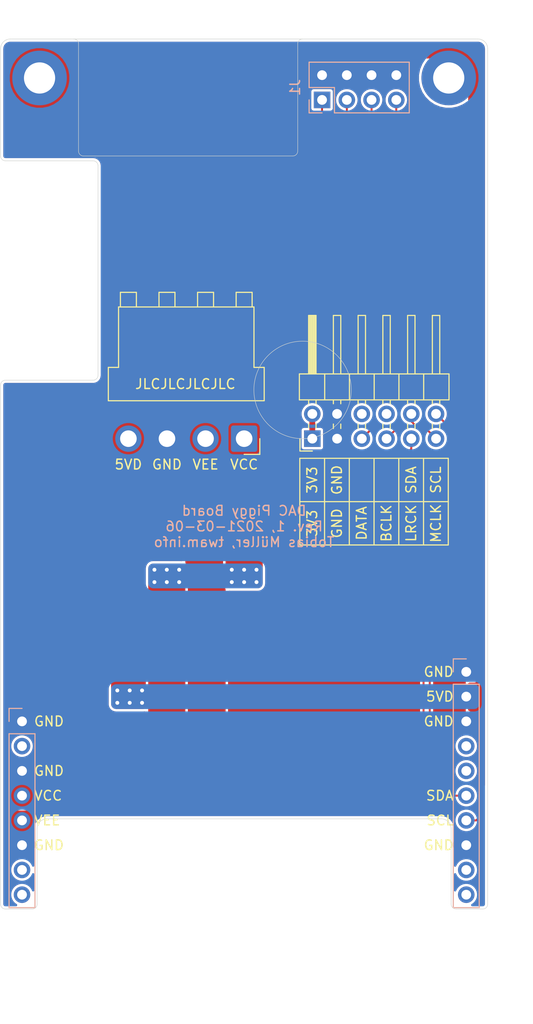
<source format=kicad_pcb>
(kicad_pcb (version 20171130) (host pcbnew "(5.1.9-0-10_14)")

  (general
    (thickness 1.6)
    (drawings 81)
    (tracks 60)
    (zones 0)
    (modules 7)
    (nets 22)
  )

  (page A4)
  (layers
    (0 F.Cu signal hide)
    (31 B.Cu signal hide)
    (32 B.Adhes user)
    (33 F.Adhes user)
    (34 B.Paste user)
    (35 F.Paste user)
    (36 B.SilkS user)
    (37 F.SilkS user hide)
    (38 B.Mask user)
    (39 F.Mask user)
    (40 Dwgs.User user)
    (41 Cmts.User user)
    (42 Eco1.User user)
    (43 Eco2.User user)
    (44 Edge.Cuts user)
    (45 Margin user)
    (46 B.CrtYd user)
    (47 F.CrtYd user)
    (48 B.Fab user)
    (49 F.Fab user hide)
  )

  (setup
    (last_trace_width 0.127)
    (user_trace_width 0.15)
    (user_trace_width 0.2)
    (user_trace_width 0.4)
    (user_trace_width 0.6)
    (user_trace_width 1)
    (trace_clearance 0.127)
    (zone_clearance 0.254)
    (zone_45_only no)
    (trace_min 0.127)
    (via_size 0.6)
    (via_drill 0.3)
    (via_min_size 0.6)
    (via_min_drill 0.3)
    (user_via 0.6 0.3)
    (user_via 0.9 0.4)
    (uvia_size 0.6858)
    (uvia_drill 0.3302)
    (uvias_allowed no)
    (uvia_min_size 0.2)
    (uvia_min_drill 0.1)
    (edge_width 0.05)
    (segment_width 0.2)
    (pcb_text_width 0.3)
    (pcb_text_size 1.5 1.5)
    (mod_edge_width 0.12)
    (mod_text_size 1 1)
    (mod_text_width 0.15)
    (pad_size 1.524 1.524)
    (pad_drill 0.762)
    (pad_to_mask_clearance 0)
    (solder_mask_min_width 0.12)
    (aux_axis_origin 0 0)
    (grid_origin 150 100)
    (visible_elements FFFFF77F)
    (pcbplotparams
      (layerselection 0x010fc_ffffffff)
      (usegerberextensions false)
      (usegerberattributes true)
      (usegerberadvancedattributes true)
      (creategerberjobfile true)
      (excludeedgelayer true)
      (linewidth 0.100000)
      (plotframeref false)
      (viasonmask false)
      (mode 1)
      (useauxorigin false)
      (hpglpennumber 1)
      (hpglpenspeed 20)
      (hpglpendiameter 15.000000)
      (psnegative false)
      (psa4output false)
      (plotreference true)
      (plotvalue true)
      (plotinvisibletext false)
      (padsonsilk false)
      (subtractmaskfromsilk false)
      (outputformat 1)
      (mirror false)
      (drillshape 0)
      (scaleselection 1)
      (outputdirectory "Gerber/"))
  )

  (net 0 "")
  (net 1 Earth)
  (net 2 "Net-(J4-Pad2)")
  (net 3 GND)
  (net 4 /DATA)
  (net 5 /BCLK)
  (net 6 /LRCK)
  (net 7 /MCLK)
  (net 8 VEE)
  (net 9 VCC)
  (net 10 /SCL)
  (net 11 /SDA)
  (net 12 /IRQ)
  (net 13 /Mute)
  (net 14 +5VD)
  (net 15 +3V3)
  (net 16 "Net-(J3-Pad10)")
  (net 17 "Net-(J3-Pad9)")
  (net 18 "Net-(J3-Pad5)")
  (net 19 "Net-(J3-Pad4)")
  (net 20 "Net-(J4-Pad8)")
  (net 21 "Net-(J4-Pad7)")

  (net_class Default "This is the default net class."
    (clearance 0.127)
    (trace_width 0.127)
    (via_dia 0.6)
    (via_drill 0.3)
    (uvia_dia 0.6858)
    (uvia_drill 0.3302)
    (diff_pair_width 0.1524)
    (diff_pair_gap 0.254)
    (add_net +3V3)
    (add_net +5VD)
    (add_net /BCLK)
    (add_net /DATA)
    (add_net /IRQ)
    (add_net /LRCK)
    (add_net /MCLK)
    (add_net /Mute)
    (add_net /SCL)
    (add_net /SDA)
    (add_net Earth)
    (add_net GND)
    (add_net "Net-(J3-Pad10)")
    (add_net "Net-(J3-Pad4)")
    (add_net "Net-(J3-Pad5)")
    (add_net "Net-(J3-Pad9)")
    (add_net "Net-(J4-Pad2)")
    (add_net "Net-(J4-Pad7)")
    (add_net "Net-(J4-Pad8)")
    (add_net VCC)
    (add_net VEE)
  )

  (module Connector_PinHeader_2.54mm:PinHeader_2x06_P2.54mm_Horizontal (layer F.Cu) (tedit 59FED5CB) (tstamp 6043F914)
    (at 157 91 90)
    (descr "Through hole angled pin header, 2x06, 2.54mm pitch, 6mm pin length, double rows")
    (tags "Through hole angled pin header THT 2x06 2.54mm double row")
    (path /604D8E4D)
    (fp_text reference J7 (at 5.655 -2.27 90) (layer F.SilkS) hide
      (effects (font (size 1 1) (thickness 0.15)))
    )
    (fp_text value FPGA (at 5.655 14.97 90) (layer F.Fab)
      (effects (font (size 1 1) (thickness 0.15)))
    )
    (fp_line (start 4.675 -1.27) (end 6.58 -1.27) (layer F.Fab) (width 0.1))
    (fp_line (start 6.58 -1.27) (end 6.58 13.97) (layer F.Fab) (width 0.1))
    (fp_line (start 6.58 13.97) (end 4.04 13.97) (layer F.Fab) (width 0.1))
    (fp_line (start 4.04 13.97) (end 4.04 -0.635) (layer F.Fab) (width 0.1))
    (fp_line (start 4.04 -0.635) (end 4.675 -1.27) (layer F.Fab) (width 0.1))
    (fp_line (start -0.32 -0.32) (end 4.04 -0.32) (layer F.Fab) (width 0.1))
    (fp_line (start -0.32 -0.32) (end -0.32 0.32) (layer F.Fab) (width 0.1))
    (fp_line (start -0.32 0.32) (end 4.04 0.32) (layer F.Fab) (width 0.1))
    (fp_line (start 6.58 -0.32) (end 12.58 -0.32) (layer F.Fab) (width 0.1))
    (fp_line (start 12.58 -0.32) (end 12.58 0.32) (layer F.Fab) (width 0.1))
    (fp_line (start 6.58 0.32) (end 12.58 0.32) (layer F.Fab) (width 0.1))
    (fp_line (start -0.32 2.22) (end 4.04 2.22) (layer F.Fab) (width 0.1))
    (fp_line (start -0.32 2.22) (end -0.32 2.86) (layer F.Fab) (width 0.1))
    (fp_line (start -0.32 2.86) (end 4.04 2.86) (layer F.Fab) (width 0.1))
    (fp_line (start 6.58 2.22) (end 12.58 2.22) (layer F.Fab) (width 0.1))
    (fp_line (start 12.58 2.22) (end 12.58 2.86) (layer F.Fab) (width 0.1))
    (fp_line (start 6.58 2.86) (end 12.58 2.86) (layer F.Fab) (width 0.1))
    (fp_line (start -0.32 4.76) (end 4.04 4.76) (layer F.Fab) (width 0.1))
    (fp_line (start -0.32 4.76) (end -0.32 5.4) (layer F.Fab) (width 0.1))
    (fp_line (start -0.32 5.4) (end 4.04 5.4) (layer F.Fab) (width 0.1))
    (fp_line (start 6.58 4.76) (end 12.58 4.76) (layer F.Fab) (width 0.1))
    (fp_line (start 12.58 4.76) (end 12.58 5.4) (layer F.Fab) (width 0.1))
    (fp_line (start 6.58 5.4) (end 12.58 5.4) (layer F.Fab) (width 0.1))
    (fp_line (start -0.32 7.3) (end 4.04 7.3) (layer F.Fab) (width 0.1))
    (fp_line (start -0.32 7.3) (end -0.32 7.94) (layer F.Fab) (width 0.1))
    (fp_line (start -0.32 7.94) (end 4.04 7.94) (layer F.Fab) (width 0.1))
    (fp_line (start 6.58 7.3) (end 12.58 7.3) (layer F.Fab) (width 0.1))
    (fp_line (start 12.58 7.3) (end 12.58 7.94) (layer F.Fab) (width 0.1))
    (fp_line (start 6.58 7.94) (end 12.58 7.94) (layer F.Fab) (width 0.1))
    (fp_line (start -0.32 9.84) (end 4.04 9.84) (layer F.Fab) (width 0.1))
    (fp_line (start -0.32 9.84) (end -0.32 10.48) (layer F.Fab) (width 0.1))
    (fp_line (start -0.32 10.48) (end 4.04 10.48) (layer F.Fab) (width 0.1))
    (fp_line (start 6.58 9.84) (end 12.58 9.84) (layer F.Fab) (width 0.1))
    (fp_line (start 12.58 9.84) (end 12.58 10.48) (layer F.Fab) (width 0.1))
    (fp_line (start 6.58 10.48) (end 12.58 10.48) (layer F.Fab) (width 0.1))
    (fp_line (start -0.32 12.38) (end 4.04 12.38) (layer F.Fab) (width 0.1))
    (fp_line (start -0.32 12.38) (end -0.32 13.02) (layer F.Fab) (width 0.1))
    (fp_line (start -0.32 13.02) (end 4.04 13.02) (layer F.Fab) (width 0.1))
    (fp_line (start 6.58 12.38) (end 12.58 12.38) (layer F.Fab) (width 0.1))
    (fp_line (start 12.58 12.38) (end 12.58 13.02) (layer F.Fab) (width 0.1))
    (fp_line (start 6.58 13.02) (end 12.58 13.02) (layer F.Fab) (width 0.1))
    (fp_line (start 3.98 -1.33) (end 3.98 14.03) (layer F.SilkS) (width 0.12))
    (fp_line (start 3.98 14.03) (end 6.64 14.03) (layer F.SilkS) (width 0.12))
    (fp_line (start 6.64 14.03) (end 6.64 -1.33) (layer F.SilkS) (width 0.12))
    (fp_line (start 6.64 -1.33) (end 3.98 -1.33) (layer F.SilkS) (width 0.12))
    (fp_line (start 6.64 -0.38) (end 12.64 -0.38) (layer F.SilkS) (width 0.12))
    (fp_line (start 12.64 -0.38) (end 12.64 0.38) (layer F.SilkS) (width 0.12))
    (fp_line (start 12.64 0.38) (end 6.64 0.38) (layer F.SilkS) (width 0.12))
    (fp_line (start 6.64 -0.32) (end 12.64 -0.32) (layer F.SilkS) (width 0.12))
    (fp_line (start 6.64 -0.2) (end 12.64 -0.2) (layer F.SilkS) (width 0.12))
    (fp_line (start 6.64 -0.08) (end 12.64 -0.08) (layer F.SilkS) (width 0.12))
    (fp_line (start 6.64 0.04) (end 12.64 0.04) (layer F.SilkS) (width 0.12))
    (fp_line (start 6.64 0.16) (end 12.64 0.16) (layer F.SilkS) (width 0.12))
    (fp_line (start 6.64 0.28) (end 12.64 0.28) (layer F.SilkS) (width 0.12))
    (fp_line (start 3.582929 -0.38) (end 3.98 -0.38) (layer F.SilkS) (width 0.12))
    (fp_line (start 3.582929 0.38) (end 3.98 0.38) (layer F.SilkS) (width 0.12))
    (fp_line (start 1.11 -0.38) (end 1.497071 -0.38) (layer F.SilkS) (width 0.12))
    (fp_line (start 1.11 0.38) (end 1.497071 0.38) (layer F.SilkS) (width 0.12))
    (fp_line (start 3.98 1.27) (end 6.64 1.27) (layer F.SilkS) (width 0.12))
    (fp_line (start 6.64 2.16) (end 12.64 2.16) (layer F.SilkS) (width 0.12))
    (fp_line (start 12.64 2.16) (end 12.64 2.92) (layer F.SilkS) (width 0.12))
    (fp_line (start 12.64 2.92) (end 6.64 2.92) (layer F.SilkS) (width 0.12))
    (fp_line (start 3.582929 2.16) (end 3.98 2.16) (layer F.SilkS) (width 0.12))
    (fp_line (start 3.582929 2.92) (end 3.98 2.92) (layer F.SilkS) (width 0.12))
    (fp_line (start 1.042929 2.16) (end 1.497071 2.16) (layer F.SilkS) (width 0.12))
    (fp_line (start 1.042929 2.92) (end 1.497071 2.92) (layer F.SilkS) (width 0.12))
    (fp_line (start 3.98 3.81) (end 6.64 3.81) (layer F.SilkS) (width 0.12))
    (fp_line (start 6.64 4.7) (end 12.64 4.7) (layer F.SilkS) (width 0.12))
    (fp_line (start 12.64 4.7) (end 12.64 5.46) (layer F.SilkS) (width 0.12))
    (fp_line (start 12.64 5.46) (end 6.64 5.46) (layer F.SilkS) (width 0.12))
    (fp_line (start 3.582929 4.7) (end 3.98 4.7) (layer F.SilkS) (width 0.12))
    (fp_line (start 3.582929 5.46) (end 3.98 5.46) (layer F.SilkS) (width 0.12))
    (fp_line (start 1.042929 4.7) (end 1.497071 4.7) (layer F.SilkS) (width 0.12))
    (fp_line (start 1.042929 5.46) (end 1.497071 5.46) (layer F.SilkS) (width 0.12))
    (fp_line (start 3.98 6.35) (end 6.64 6.35) (layer F.SilkS) (width 0.12))
    (fp_line (start 6.64 7.24) (end 12.64 7.24) (layer F.SilkS) (width 0.12))
    (fp_line (start 12.64 7.24) (end 12.64 8) (layer F.SilkS) (width 0.12))
    (fp_line (start 12.64 8) (end 6.64 8) (layer F.SilkS) (width 0.12))
    (fp_line (start 3.582929 7.24) (end 3.98 7.24) (layer F.SilkS) (width 0.12))
    (fp_line (start 3.582929 8) (end 3.98 8) (layer F.SilkS) (width 0.12))
    (fp_line (start 1.042929 7.24) (end 1.497071 7.24) (layer F.SilkS) (width 0.12))
    (fp_line (start 1.042929 8) (end 1.497071 8) (layer F.SilkS) (width 0.12))
    (fp_line (start 3.98 8.89) (end 6.64 8.89) (layer F.SilkS) (width 0.12))
    (fp_line (start 6.64 9.78) (end 12.64 9.78) (layer F.SilkS) (width 0.12))
    (fp_line (start 12.64 9.78) (end 12.64 10.54) (layer F.SilkS) (width 0.12))
    (fp_line (start 12.64 10.54) (end 6.64 10.54) (layer F.SilkS) (width 0.12))
    (fp_line (start 3.582929 9.78) (end 3.98 9.78) (layer F.SilkS) (width 0.12))
    (fp_line (start 3.582929 10.54) (end 3.98 10.54) (layer F.SilkS) (width 0.12))
    (fp_line (start 1.042929 9.78) (end 1.497071 9.78) (layer F.SilkS) (width 0.12))
    (fp_line (start 1.042929 10.54) (end 1.497071 10.54) (layer F.SilkS) (width 0.12))
    (fp_line (start 3.98 11.43) (end 6.64 11.43) (layer F.SilkS) (width 0.12))
    (fp_line (start 6.64 12.32) (end 12.64 12.32) (layer F.SilkS) (width 0.12))
    (fp_line (start 12.64 12.32) (end 12.64 13.08) (layer F.SilkS) (width 0.12))
    (fp_line (start 12.64 13.08) (end 6.64 13.08) (layer F.SilkS) (width 0.12))
    (fp_line (start 3.582929 12.32) (end 3.98 12.32) (layer F.SilkS) (width 0.12))
    (fp_line (start 3.582929 13.08) (end 3.98 13.08) (layer F.SilkS) (width 0.12))
    (fp_line (start 1.042929 12.32) (end 1.497071 12.32) (layer F.SilkS) (width 0.12))
    (fp_line (start 1.042929 13.08) (end 1.497071 13.08) (layer F.SilkS) (width 0.12))
    (fp_line (start -1.27 0) (end -1.27 -1.27) (layer F.SilkS) (width 0.12))
    (fp_line (start -1.27 -1.27) (end 0 -1.27) (layer F.SilkS) (width 0.12))
    (fp_line (start -1.8 -1.8) (end -1.8 14.5) (layer F.CrtYd) (width 0.05))
    (fp_line (start -1.8 14.5) (end 13.1 14.5) (layer F.CrtYd) (width 0.05))
    (fp_line (start 13.1 14.5) (end 13.1 -1.8) (layer F.CrtYd) (width 0.05))
    (fp_line (start 13.1 -1.8) (end -1.8 -1.8) (layer F.CrtYd) (width 0.05))
    (fp_text user %R (at 5.31 6.35) (layer F.Fab)
      (effects (font (size 1 1) (thickness 0.15)))
    )
    (pad 12 thru_hole oval (at 2.54 12.7 90) (size 1.7 1.7) (drill 1) (layers *.Cu *.Mask)
      (net 10 /SCL))
    (pad 11 thru_hole oval (at 0 12.7 90) (size 1.7 1.7) (drill 1) (layers *.Cu *.Mask)
      (net 7 /MCLK))
    (pad 10 thru_hole oval (at 2.54 10.16 90) (size 1.7 1.7) (drill 1) (layers *.Cu *.Mask)
      (net 11 /SDA))
    (pad 9 thru_hole oval (at 0 10.16 90) (size 1.7 1.7) (drill 1) (layers *.Cu *.Mask)
      (net 6 /LRCK))
    (pad 8 thru_hole oval (at 2.54 7.62 90) (size 1.7 1.7) (drill 1) (layers *.Cu *.Mask)
      (net 12 /IRQ))
    (pad 7 thru_hole oval (at 0 7.62 90) (size 1.7 1.7) (drill 1) (layers *.Cu *.Mask)
      (net 5 /BCLK))
    (pad 6 thru_hole oval (at 2.54 5.08 90) (size 1.7 1.7) (drill 1) (layers *.Cu *.Mask)
      (net 13 /Mute))
    (pad 5 thru_hole oval (at 0 5.08 90) (size 1.7 1.7) (drill 1) (layers *.Cu *.Mask)
      (net 4 /DATA))
    (pad 4 thru_hole oval (at 2.54 2.54 90) (size 1.7 1.7) (drill 1) (layers *.Cu *.Mask)
      (net 3 GND))
    (pad 3 thru_hole oval (at 0 2.54 90) (size 1.7 1.7) (drill 1) (layers *.Cu *.Mask)
      (net 3 GND))
    (pad 2 thru_hole oval (at 2.54 0 90) (size 1.7 1.7) (drill 1) (layers *.Cu *.Mask)
      (net 15 +3V3))
    (pad 1 thru_hole rect (at 0 0 90) (size 1.7 1.7) (drill 1) (layers *.Cu *.Mask)
      (net 15 +3V3))
    (model ${KISYS3DMOD}/Connector_PinHeader_2.54mm.3dshapes/PinHeader_2x06_P2.54mm_Horizontal.wrl
      (at (xyz 0 0 0))
      (scale (xyz 1 1 1))
      (rotate (xyz 0 0 0))
    )
  )

  (module Connector_PinSocket_2.54mm:PinSocket_2x04_P2.54mm_Vertical (layer B.Cu) (tedit 5A19A422) (tstamp 60440A44)
    (at 158 56.25 270)
    (descr "Through hole straight socket strip, 2x04, 2.54mm pitch, double cols (from Kicad 4.0.7), script generated")
    (tags "Through hole socket strip THT 2x04 2.54mm double row")
    (path /61CA55B9)
    (fp_text reference J1 (at -1.27 2.77 90) (layer B.SilkS)
      (effects (font (size 1 1) (thickness 0.15)) (justify mirror))
    )
    (fp_text value "ADC J4" (at -1.27 -10.39 90) (layer B.Fab)
      (effects (font (size 1 1) (thickness 0.15)) (justify mirror))
    )
    (fp_line (start -4.34 -9.4) (end -4.34 1.8) (layer B.CrtYd) (width 0.05))
    (fp_line (start 1.76 -9.4) (end -4.34 -9.4) (layer B.CrtYd) (width 0.05))
    (fp_line (start 1.76 1.8) (end 1.76 -9.4) (layer B.CrtYd) (width 0.05))
    (fp_line (start -4.34 1.8) (end 1.76 1.8) (layer B.CrtYd) (width 0.05))
    (fp_line (start 0 1.33) (end 1.33 1.33) (layer B.SilkS) (width 0.12))
    (fp_line (start 1.33 1.33) (end 1.33 0) (layer B.SilkS) (width 0.12))
    (fp_line (start -1.27 1.33) (end -1.27 -1.27) (layer B.SilkS) (width 0.12))
    (fp_line (start -1.27 -1.27) (end 1.33 -1.27) (layer B.SilkS) (width 0.12))
    (fp_line (start 1.33 -1.27) (end 1.33 -8.95) (layer B.SilkS) (width 0.12))
    (fp_line (start -3.87 -8.95) (end 1.33 -8.95) (layer B.SilkS) (width 0.12))
    (fp_line (start -3.87 1.33) (end -3.87 -8.95) (layer B.SilkS) (width 0.12))
    (fp_line (start -3.87 1.33) (end -1.27 1.33) (layer B.SilkS) (width 0.12))
    (fp_line (start -3.81 -8.89) (end -3.81 1.27) (layer B.Fab) (width 0.1))
    (fp_line (start 1.27 -8.89) (end -3.81 -8.89) (layer B.Fab) (width 0.1))
    (fp_line (start 1.27 0.27) (end 1.27 -8.89) (layer B.Fab) (width 0.1))
    (fp_line (start 0.27 1.27) (end 1.27 0.27) (layer B.Fab) (width 0.1))
    (fp_line (start -3.81 1.27) (end 0.27 1.27) (layer B.Fab) (width 0.1))
    (fp_text user %R (at -1.27 -3.81 180) (layer B.Fab)
      (effects (font (size 1 1) (thickness 0.15)) (justify mirror))
    )
    (pad 8 thru_hole oval (at -2.54 -7.62 270) (size 1.7 1.7) (drill 1) (layers *.Cu *.Mask)
      (net 3 GND))
    (pad 7 thru_hole oval (at 0 -7.62 270) (size 1.7 1.7) (drill 1) (layers *.Cu *.Mask)
      (net 7 /MCLK))
    (pad 6 thru_hole oval (at -2.54 -5.08 270) (size 1.7 1.7) (drill 1) (layers *.Cu *.Mask)
      (net 3 GND))
    (pad 5 thru_hole oval (at 0 -5.08 270) (size 1.7 1.7) (drill 1) (layers *.Cu *.Mask)
      (net 5 /BCLK))
    (pad 4 thru_hole oval (at -2.54 -2.54 270) (size 1.7 1.7) (drill 1) (layers *.Cu *.Mask)
      (net 3 GND))
    (pad 3 thru_hole oval (at 0 -2.54 270) (size 1.7 1.7) (drill 1) (layers *.Cu *.Mask)
      (net 4 /DATA))
    (pad 2 thru_hole oval (at -2.54 0 270) (size 1.7 1.7) (drill 1) (layers *.Cu *.Mask)
      (net 3 GND))
    (pad 1 thru_hole rect (at 0 0 270) (size 1.7 1.7) (drill 1) (layers *.Cu *.Mask)
      (net 6 /LRCK))
    (model ${KISYS3DMOD}/Connector_PinSocket_2.54mm.3dshapes/PinSocket_2x04_P2.54mm_Vertical.wrl
      (at (xyz 0 0 0))
      (scale (xyz 1 1 1))
      (rotate (xyz 0 0 0))
    )
  )

  (module Connector_JST:JST_VH_B4PS-VH_1x04_P3.96mm_Horizontal (layer F.Cu) (tedit 6044A5FB) (tstamp 604445BA)
    (at 150 91 180)
    (descr "JST VH series connector, B4PS-VH (http://www.jst-mfg.com/product/pdf/eng/eVH.pdf), generated with kicad-footprint-generator")
    (tags "connector JST VH top entry")
    (path /60477DBB)
    (fp_text reference J6 (at 5.94 -2.55) (layer F.SilkS) hide
      (effects (font (size 1 1) (thickness 0.15)))
    )
    (fp_text value Power (at 5.94 16.1) (layer F.Fab)
      (effects (font (size 1 1) (thickness 0.15)))
    )
    (fp_line (start -1.61 -1.61) (end -1.61 0) (layer F.SilkS) (width 0.12))
    (fp_line (start 0 -1.61) (end -1.61 -1.61) (layer F.SilkS) (width 0.12))
    (fp_line (start 12.7 15.01) (end 12.7 13.51) (layer F.SilkS) (width 0.12))
    (fp_line (start 11.06 15.01) (end 12.7 15.01) (layer F.SilkS) (width 0.12))
    (fp_line (start 11.06 13.51) (end 11.06 15.01) (layer F.SilkS) (width 0.12))
    (fp_line (start 8.74 15.01) (end 8.74 13.51) (layer F.SilkS) (width 0.12))
    (fp_line (start 7.1 15.01) (end 8.74 15.01) (layer F.SilkS) (width 0.12))
    (fp_line (start 7.1 13.51) (end 7.1 15.01) (layer F.SilkS) (width 0.12))
    (fp_line (start 4.78 15.01) (end 4.78 13.51) (layer F.SilkS) (width 0.12))
    (fp_line (start 3.14 15.01) (end 4.78 15.01) (layer F.SilkS) (width 0.12))
    (fp_line (start 3.14 13.51) (end 3.14 15.01) (layer F.SilkS) (width 0.12))
    (fp_line (start 0.82 15.01) (end 0.82 13.51) (layer F.SilkS) (width 0.12))
    (fp_line (start -0.82 15.01) (end 0.82 15.01) (layer F.SilkS) (width 0.12))
    (fp_line (start -0.82 13.51) (end -0.82 15.01) (layer F.SilkS) (width 0.12))
    (fp_line (start -2.06 7.31) (end -2.06 3.89) (layer F.SilkS) (width 0.12))
    (fp_line (start -1.01 7.31) (end -2.06 7.31) (layer F.SilkS) (width 0.12))
    (fp_line (start -1.01 13.51) (end -1.01 7.31) (layer F.SilkS) (width 0.12))
    (fp_line (start 12.89 13.51) (end -1.01 13.51) (layer F.SilkS) (width 0.12))
    (fp_line (start 12.89 7.31) (end 12.89 13.51) (layer F.SilkS) (width 0.12))
    (fp_line (start 13.94 7.31) (end 12.89 7.31) (layer F.SilkS) (width 0.12))
    (fp_line (start 13.94 3.89) (end 13.94 7.31) (layer F.SilkS) (width 0.12))
    (fp_line (start -2.06 3.89) (end 13.94 3.89) (layer F.SilkS) (width 0.12))
    (fp_line (start 14.33 -1.85) (end -2.45 -1.85) (layer F.CrtYd) (width 0.05))
    (fp_line (start 14.33 15.4) (end 14.33 -1.85) (layer F.CrtYd) (width 0.05))
    (fp_line (start -2.45 15.4) (end 14.33 15.4) (layer F.CrtYd) (width 0.05))
    (fp_line (start -2.45 -1.85) (end -2.45 15.4) (layer F.CrtYd) (width 0.05))
    (fp_line (start 12.58 14.9) (end 12.58 13.4) (layer F.Fab) (width 0.1))
    (fp_line (start 11.18 14.9) (end 12.58 14.9) (layer F.Fab) (width 0.1))
    (fp_line (start 11.18 13.4) (end 11.18 14.9) (layer F.Fab) (width 0.1))
    (fp_line (start 12.58 0) (end 12.58 4) (layer F.Fab) (width 0.1))
    (fp_line (start 11.18 0) (end 12.58 0) (layer F.Fab) (width 0.1))
    (fp_line (start 11.18 4) (end 11.18 0) (layer F.Fab) (width 0.1))
    (fp_line (start 8.62 14.9) (end 8.62 13.4) (layer F.Fab) (width 0.1))
    (fp_line (start 7.22 14.9) (end 8.62 14.9) (layer F.Fab) (width 0.1))
    (fp_line (start 7.22 13.4) (end 7.22 14.9) (layer F.Fab) (width 0.1))
    (fp_line (start 8.62 0) (end 8.62 4) (layer F.Fab) (width 0.1))
    (fp_line (start 7.22 0) (end 8.62 0) (layer F.Fab) (width 0.1))
    (fp_line (start 7.22 4) (end 7.22 0) (layer F.Fab) (width 0.1))
    (fp_line (start 4.66 14.9) (end 4.66 13.4) (layer F.Fab) (width 0.1))
    (fp_line (start 3.26 14.9) (end 4.66 14.9) (layer F.Fab) (width 0.1))
    (fp_line (start 3.26 13.4) (end 3.26 14.9) (layer F.Fab) (width 0.1))
    (fp_line (start 4.66 0) (end 4.66 4) (layer F.Fab) (width 0.1))
    (fp_line (start 3.26 0) (end 4.66 0) (layer F.Fab) (width 0.1))
    (fp_line (start 3.26 4) (end 3.26 0) (layer F.Fab) (width 0.1))
    (fp_line (start 0.7 14.9) (end 0.7 13.4) (layer F.Fab) (width 0.1))
    (fp_line (start -0.7 14.9) (end 0.7 14.9) (layer F.Fab) (width 0.1))
    (fp_line (start -0.7 13.4) (end -0.7 14.9) (layer F.Fab) (width 0.1))
    (fp_line (start 0.7 0) (end 0.7 4) (layer F.Fab) (width 0.1))
    (fp_line (start -0.7 0) (end 0.7 0) (layer F.Fab) (width 0.1))
    (fp_line (start -0.7 4) (end -0.7 0) (layer F.Fab) (width 0.1))
    (fp_line (start 0 4.8) (end 0.8 4) (layer F.Fab) (width 0.1))
    (fp_line (start -0.8 4) (end 0 4.8) (layer F.Fab) (width 0.1))
    (fp_line (start -1.95 4) (end -0.9 4) (layer F.Fab) (width 0.1))
    (fp_line (start -1.95 7.2) (end -1.95 4) (layer F.Fab) (width 0.1))
    (fp_line (start -0.9 7.2) (end -1.95 7.2) (layer F.Fab) (width 0.1))
    (fp_line (start 13.83 7.2) (end 12.78 7.2) (layer F.Fab) (width 0.1))
    (fp_line (start 13.83 4) (end 13.83 7.2) (layer F.Fab) (width 0.1))
    (fp_line (start 12.78 4) (end 13.83 4) (layer F.Fab) (width 0.1))
    (fp_line (start 12.78 4) (end -0.9 4) (layer F.Fab) (width 0.1))
    (fp_line (start 12.78 13.4) (end 12.78 4) (layer F.Fab) (width 0.1))
    (fp_line (start -0.9 13.4) (end 12.78 13.4) (layer F.Fab) (width 0.1))
    (fp_line (start -0.9 4) (end -0.9 13.4) (layer F.Fab) (width 0.1))
    (fp_text user %R (at 5.94 9.45) (layer F.Fab)
      (effects (font (size 1 1) (thickness 0.15)))
    )
    (pad 4 thru_hole circle (at 11.88 0 180) (size 2.7 2.7) (drill 1.7) (layers *.Cu *.Mask)
      (net 14 +5VD))
    (pad 3 thru_hole circle (at 7.92 0 180) (size 2.7 2.7) (drill 1.7) (layers *.Cu *.Mask)
      (net 3 GND))
    (pad 2 thru_hole circle (at 3.96 0 180) (size 2.7 2.7) (drill 1.7) (layers *.Cu *.Mask)
      (net 8 VEE))
    (pad 1 thru_hole roundrect (at 0 0 180) (size 2.7 2.7) (drill 1.7) (layers *.Cu *.Mask) (roundrect_rratio 0.09259296296296296)
      (net 9 VCC))
    (model ${KISYS3DMOD}/Connector_JST.3dshapes/JST_VH_B4PS-VH_1x04_P3.96mm_Horizontal.wrl
      (at (xyz 0 0 0))
      (scale (xyz 1 1 1))
      (rotate (xyz 0 0 0))
    )
    (model ${KISYS3DMOD}/Connector_JST.3dshapes/JST_VH_B4PS-VH_1x04_P3.96mm_Horizontal.stp
      (offset (xyz 5.94 -8.699999999999999 0))
      (scale (xyz 1 1 1))
      (rotate (xyz -90 0 0))
    )
  )

  (module MountingHole:MountingHole_3.2mm_M3_DIN965_Pad (layer F.Cu) (tedit 56D1B4CB) (tstamp 60494423)
    (at 171 54)
    (descr "Mounting Hole 3.2mm, M3, DIN965")
    (tags "mounting hole 3.2mm m3 din965")
    (path /61CA0D72)
    (attr virtual)
    (fp_text reference H2 (at 0 -3.8) (layer F.SilkS) hide
      (effects (font (size 1 1) (thickness 0.15)))
    )
    (fp_text value MountingHole_Pad (at 0 3.8) (layer F.Fab)
      (effects (font (size 1 1) (thickness 0.15)))
    )
    (fp_circle (center 0 0) (end 2.8 0) (layer Cmts.User) (width 0.15))
    (fp_circle (center 0 0) (end 3.05 0) (layer F.CrtYd) (width 0.05))
    (fp_text user %R (at 0.3 0) (layer F.Fab)
      (effects (font (size 1 1) (thickness 0.15)))
    )
    (pad 1 thru_hole circle (at 0 0) (size 5.6 5.6) (drill 3.2) (layers *.Cu *.Mask)
      (net 1 Earth))
  )

  (module MountingHole:MountingHole_3.2mm_M3_DIN965_Pad (layer F.Cu) (tedit 56D1B4CB) (tstamp 604943C0)
    (at 129 54)
    (descr "Mounting Hole 3.2mm, M3, DIN965")
    (tags "mounting hole 3.2mm m3 din965")
    (path /61C9F302)
    (attr virtual)
    (fp_text reference H1 (at 0 -3.8) (layer F.SilkS) hide
      (effects (font (size 1 1) (thickness 0.15)))
    )
    (fp_text value MountingHole_Pad (at 0 3.8) (layer F.Fab)
      (effects (font (size 1 1) (thickness 0.15)))
    )
    (fp_circle (center 0 0) (end 2.8 0) (layer Cmts.User) (width 0.15))
    (fp_circle (center 0 0) (end 3.05 0) (layer F.CrtYd) (width 0.05))
    (fp_text user %R (at 0.3 0) (layer F.Fab)
      (effects (font (size 1 1) (thickness 0.15)))
    )
    (pad 1 thru_hole circle (at 0 0) (size 5.6 5.6) (drill 3.2) (layers *.Cu *.Mask)
      (net 1 Earth))
  )

  (module Connector_PinSocket_2.54mm:PinSocket_1x08_P2.54mm_Vertical (layer B.Cu) (tedit 5A19A420) (tstamp 60494621)
    (at 127.2 120 180)
    (descr "Through hole straight socket strip, 1x08, 2.54mm pitch, single row (from Kicad 4.0.7), script generated")
    (tags "Through hole socket strip THT 1x08 2.54mm single row")
    (path /61CA3449)
    (fp_text reference J4 (at 0 2.77) (layer B.SilkS) hide
      (effects (font (size 1 1) (thickness 0.15)) (justify mirror))
    )
    (fp_text value "ADC J15" (at 0 -20.55) (layer B.Fab)
      (effects (font (size 1 1) (thickness 0.15)) (justify mirror))
    )
    (fp_line (start -1.8 -19.55) (end -1.8 1.8) (layer B.CrtYd) (width 0.05))
    (fp_line (start 1.75 -19.55) (end -1.8 -19.55) (layer B.CrtYd) (width 0.05))
    (fp_line (start 1.75 1.8) (end 1.75 -19.55) (layer B.CrtYd) (width 0.05))
    (fp_line (start -1.8 1.8) (end 1.75 1.8) (layer B.CrtYd) (width 0.05))
    (fp_line (start 0 1.33) (end 1.33 1.33) (layer B.SilkS) (width 0.12))
    (fp_line (start 1.33 1.33) (end 1.33 0) (layer B.SilkS) (width 0.12))
    (fp_line (start 1.33 -1.27) (end 1.33 -19.11) (layer B.SilkS) (width 0.12))
    (fp_line (start -1.33 -19.11) (end 1.33 -19.11) (layer B.SilkS) (width 0.12))
    (fp_line (start -1.33 -1.27) (end -1.33 -19.11) (layer B.SilkS) (width 0.12))
    (fp_line (start -1.33 -1.27) (end 1.33 -1.27) (layer B.SilkS) (width 0.12))
    (fp_line (start -1.27 -19.05) (end -1.27 1.27) (layer B.Fab) (width 0.1))
    (fp_line (start 1.27 -19.05) (end -1.27 -19.05) (layer B.Fab) (width 0.1))
    (fp_line (start 1.27 0.635) (end 1.27 -19.05) (layer B.Fab) (width 0.1))
    (fp_line (start 0.635 1.27) (end 1.27 0.635) (layer B.Fab) (width 0.1))
    (fp_line (start -1.27 1.27) (end 0.635 1.27) (layer B.Fab) (width 0.1))
    (fp_text user %R (at 0 -8.89 270) (layer B.Fab)
      (effects (font (size 1 1) (thickness 0.15)) (justify mirror))
    )
    (pad 8 thru_hole oval (at 0 -17.78 180) (size 1.7 1.7) (drill 1) (layers *.Cu *.Mask)
      (net 20 "Net-(J4-Pad8)"))
    (pad 7 thru_hole oval (at 0 -15.24 180) (size 1.7 1.7) (drill 1) (layers *.Cu *.Mask)
      (net 21 "Net-(J4-Pad7)"))
    (pad 6 thru_hole oval (at 0 -12.7 180) (size 1.7 1.7) (drill 1) (layers *.Cu *.Mask)
      (net 3 GND))
    (pad 5 thru_hole oval (at 0 -10.16 180) (size 1.7 1.7) (drill 1) (layers *.Cu *.Mask)
      (net 8 VEE))
    (pad 4 thru_hole oval (at 0 -7.62 180) (size 1.7 1.7) (drill 1) (layers *.Cu *.Mask)
      (net 9 VCC))
    (pad 3 thru_hole oval (at 0 -5.08 180) (size 1.7 1.7) (drill 1) (layers *.Cu *.Mask)
      (net 3 GND))
    (pad 2 thru_hole oval (at 0 -2.54 180) (size 1.7 1.7) (drill 1) (layers *.Cu *.Mask)
      (net 2 "Net-(J4-Pad2)"))
    (pad 1 thru_hole rect (at 0 0 180) (size 1.7 1.7) (drill 1) (layers *.Cu *.Mask)
      (net 3 GND))
    (model ${KISYS3DMOD}/Connector_PinSocket_2.54mm.3dshapes/PinSocket_1x08_P2.54mm_Vertical.wrl
      (at (xyz 0 0 0))
      (scale (xyz 1 1 1))
      (rotate (xyz 0 0 0))
    )
  )

  (module Connector_PinSocket_2.54mm:PinSocket_1x10_P2.54mm_Vertical (layer B.Cu) (tedit 5A19A425) (tstamp 60494605)
    (at 172.8 114.92 180)
    (descr "Through hole straight socket strip, 1x10, 2.54mm pitch, single row (from Kicad 4.0.7), script generated")
    (tags "Through hole socket strip THT 1x10 2.54mm single row")
    (path /61CA41E1)
    (fp_text reference J3 (at 0 2.77) (layer B.SilkS) hide
      (effects (font (size 1 1) (thickness 0.15)) (justify mirror))
    )
    (fp_text value "ADC J14" (at 0 -25.63) (layer B.Fab)
      (effects (font (size 1 1) (thickness 0.15)) (justify mirror))
    )
    (fp_line (start -1.8 -24.6) (end -1.8 1.8) (layer B.CrtYd) (width 0.05))
    (fp_line (start 1.75 -24.6) (end -1.8 -24.6) (layer B.CrtYd) (width 0.05))
    (fp_line (start 1.75 1.8) (end 1.75 -24.6) (layer B.CrtYd) (width 0.05))
    (fp_line (start -1.8 1.8) (end 1.75 1.8) (layer B.CrtYd) (width 0.05))
    (fp_line (start 0 1.33) (end 1.33 1.33) (layer B.SilkS) (width 0.12))
    (fp_line (start 1.33 1.33) (end 1.33 0) (layer B.SilkS) (width 0.12))
    (fp_line (start 1.33 -1.27) (end 1.33 -24.19) (layer B.SilkS) (width 0.12))
    (fp_line (start -1.33 -24.19) (end 1.33 -24.19) (layer B.SilkS) (width 0.12))
    (fp_line (start -1.33 -1.27) (end -1.33 -24.19) (layer B.SilkS) (width 0.12))
    (fp_line (start -1.33 -1.27) (end 1.33 -1.27) (layer B.SilkS) (width 0.12))
    (fp_line (start -1.27 -24.13) (end -1.27 1.27) (layer B.Fab) (width 0.1))
    (fp_line (start 1.27 -24.13) (end -1.27 -24.13) (layer B.Fab) (width 0.1))
    (fp_line (start 1.27 0.635) (end 1.27 -24.13) (layer B.Fab) (width 0.1))
    (fp_line (start 0.635 1.27) (end 1.27 0.635) (layer B.Fab) (width 0.1))
    (fp_line (start -1.27 1.27) (end 0.635 1.27) (layer B.Fab) (width 0.1))
    (fp_text user %R (at 0 -11.43 270) (layer B.Fab)
      (effects (font (size 1 1) (thickness 0.15)) (justify mirror))
    )
    (pad 10 thru_hole oval (at 0 -22.86 180) (size 1.7 1.7) (drill 1) (layers *.Cu *.Mask)
      (net 16 "Net-(J3-Pad10)"))
    (pad 9 thru_hole oval (at 0 -20.32 180) (size 1.7 1.7) (drill 1) (layers *.Cu *.Mask)
      (net 17 "Net-(J3-Pad9)"))
    (pad 8 thru_hole oval (at 0 -17.78 180) (size 1.7 1.7) (drill 1) (layers *.Cu *.Mask)
      (net 3 GND))
    (pad 7 thru_hole oval (at 0 -15.24 180) (size 1.7 1.7) (drill 1) (layers *.Cu *.Mask)
      (net 10 /SCL))
    (pad 6 thru_hole oval (at 0 -12.7 180) (size 1.7 1.7) (drill 1) (layers *.Cu *.Mask)
      (net 11 /SDA))
    (pad 5 thru_hole oval (at 0 -10.16 180) (size 1.7 1.7) (drill 1) (layers *.Cu *.Mask)
      (net 18 "Net-(J3-Pad5)"))
    (pad 4 thru_hole oval (at 0 -7.62 180) (size 1.7 1.7) (drill 1) (layers *.Cu *.Mask)
      (net 19 "Net-(J3-Pad4)"))
    (pad 3 thru_hole oval (at 0 -5.08 180) (size 1.7 1.7) (drill 1) (layers *.Cu *.Mask)
      (net 3 GND))
    (pad 2 thru_hole oval (at 0 -2.54 180) (size 1.7 1.7) (drill 1) (layers *.Cu *.Mask)
      (net 14 +5VD))
    (pad 1 thru_hole rect (at 0 0 180) (size 1.7 1.7) (drill 1) (layers *.Cu *.Mask)
      (net 3 GND))
    (model ${KISYS3DMOD}/Connector_PinSocket_2.54mm.3dshapes/PinSocket_1x10_P2.54mm_Vertical.wrl
      (at (xyz 0 0 0))
      (scale (xyz 1 1 1))
      (rotate (xyz 0 0 0))
    )
  )

  (gr_circle (center 156 86) (end 161 86) (layer Edge.Cuts) (width 0.05))
  (gr_line (start 155.5 61.5) (end 155.5 50.5) (layer Edge.Cuts) (width 0.05))
  (gr_line (start 133.5 62) (end 155 62) (layer Edge.Cuts) (width 0.05))
  (gr_line (start 133 50.5) (end 133 61.5) (layer Edge.Cuts) (width 0.05))
  (gr_arc (start 132.5 50.5) (end 133 50.5) (angle -90) (layer Edge.Cuts) (width 0.05))
  (gr_arc (start 156 50.5) (end 156 50) (angle -90) (layer Edge.Cuts) (width 0.05))
  (gr_arc (start 155 61.5) (end 155 62) (angle -90) (layer Edge.Cuts) (width 0.05))
  (gr_arc (start 133.5 61.5) (end 133 61.5) (angle -90) (layer Edge.Cuts) (width 0.05))
  (gr_line (start 170.955 101.905) (end 155.715 101.905) (layer F.SilkS) (width 0.12))
  (gr_line (start 170.955 97.46) (end 155.715 97.46) (layer F.SilkS) (width 0.12))
  (gr_line (start 155.715 93.015) (end 155.715 101.905) (layer F.SilkS) (width 0.12))
  (gr_line (start 158.255 93.015) (end 158.255 101.905) (layer F.SilkS) (width 0.12))
  (gr_line (start 160.795 93.015) (end 160.795 101.905) (layer F.SilkS) (width 0.12))
  (gr_line (start 163.335 93.015) (end 163.335 101.905) (layer F.SilkS) (width 0.12))
  (gr_line (start 165.875 93.015) (end 165.875 101.905) (layer F.SilkS) (width 0.12))
  (gr_line (start 168.415 93.015) (end 168.415 101.905) (layer F.SilkS) (width 0.12))
  (gr_line (start 170.955 93.015) (end 170.955 101.905) (layer F.SilkS) (width 0.12))
  (gr_line (start 155.715 93.015) (end 170.955 93.015) (layer F.SilkS) (width 0.12))
  (gr_text MCLK (at 169.685 99.6825 90) (layer F.SilkS)
    (effects (font (size 1 1) (thickness 0.15)))
  )
  (gr_text LRCK (at 167.145 99.6825 90) (layer F.SilkS)
    (effects (font (size 1 1) (thickness 0.15)))
  )
  (gr_text BCLK (at 164.605 99.6825 90) (layer F.SilkS)
    (effects (font (size 1 1) (thickness 0.15)))
  )
  (gr_text DATA (at 162.065 99.6825 90) (layer F.SilkS)
    (effects (font (size 1 1) (thickness 0.15)))
  )
  (gr_text GND (at 159.525 99.6825 90) (layer F.SilkS)
    (effects (font (size 1 1) (thickness 0.15)))
  )
  (gr_text 3V3 (at 156.985 99.6825 90) (layer F.SilkS)
    (effects (font (size 1 1) (thickness 0.15)))
  )
  (gr_text SCL (at 169.685 95.2375 90) (layer F.SilkS)
    (effects (font (size 1 1) (thickness 0.15)))
  )
  (gr_text SDA (at 167.145 95.2375 90) (layer F.SilkS)
    (effects (font (size 1 1) (thickness 0.15)))
  )
  (gr_text GND (at 159.525 95.2375 90) (layer F.SilkS)
    (effects (font (size 1 1) (thickness 0.15)))
  )
  (gr_text 3V3 (at 156.985 95.2375 90) (layer F.SilkS)
    (effects (font (size 1 1) (thickness 0.15)))
  )
  (gr_text VCC (at 150 93.65) (layer F.SilkS)
    (effects (font (size 1 1) (thickness 0.15)))
  )
  (gr_text VEE (at 146.04 93.65) (layer F.SilkS)
    (effects (font (size 1 1) (thickness 0.15)))
  )
  (gr_text GND (at 142.08 93.65) (layer F.SilkS)
    (effects (font (size 1 1) (thickness 0.15)))
  )
  (gr_text 5VD (at 138.12 93.65) (layer F.SilkS)
    (effects (font (size 1 1) (thickness 0.15)))
  )
  (gr_line (start 125 62) (end 125 51) (layer Edge.Cuts) (width 0.05) (tstamp 6044277E))
  (gr_line (start 134.5 62.5) (end 125.5 62.5) (layer Edge.Cuts) (width 0.05) (tstamp 60442775))
  (gr_line (start 125.5 85) (end 134.5 85) (layer Edge.Cuts) (width 0.05) (tstamp 60442774))
  (gr_arc (start 125.5 85.5) (end 125.5 85) (angle -90) (layer Edge.Cuts) (width 0.05))
  (gr_arc (start 134.5 84.5) (end 134.5 85) (angle -90) (layer Edge.Cuts) (width 0.05))
  (gr_arc (start 125.5 62) (end 125 62) (angle -90) (layer Edge.Cuts) (width 0.05))
  (gr_arc (start 134.5 63) (end 135 63) (angle -90) (layer Edge.Cuts) (width 0.05))
  (gr_line (start 135 63) (end 135 84.5) (layer Edge.Cuts) (width 0.05))
  (gr_text SCL (at 171.59 130.16) (layer F.SilkS) (tstamp 60441113)
    (effects (font (size 1 1) (thickness 0.15)) (justify right))
  )
  (gr_text SDA (at 171.59 127.62) (layer F.SilkS) (tstamp 60441113)
    (effects (font (size 1 1) (thickness 0.15)) (justify right))
  )
  (gr_text "DAC Piggy Board\nRev. 1, 2021-03-06\nTobias Müller, twam.info" (at 150 100) (layer B.SilkS)
    (effects (font (size 1 1) (thickness 0.15)) (justify mirror))
  )
  (gr_text GND (at 171.59 114.92) (layer F.SilkS) (tstamp 60446499)
    (effects (font (size 1 1) (thickness 0.15)) (justify right))
  )
  (gr_text 5VD (at 171.59 117.46) (layer F.SilkS) (tstamp 60446498)
    (effects (font (size 1 1) (thickness 0.15)) (justify right))
  )
  (gr_text GND (at 171.59 132.7) (layer F.SilkS) (tstamp 60446497)
    (effects (font (size 1 1) (thickness 0.15)) (justify right))
  )
  (gr_text GND (at 171.59 120) (layer F.SilkS) (tstamp 60446495)
    (effects (font (size 1 1) (thickness 0.15)) (justify right))
  )
  (gr_text GND (at 128.35 125.08) (layer F.SilkS) (tstamp 60446244)
    (effects (font (size 1 1) (thickness 0.15)) (justify left))
  )
  (gr_text VEE (at 128.35 130.16) (layer F.SilkS) (tstamp 60446242)
    (effects (font (size 1 1) (thickness 0.15)) (justify left))
  )
  (gr_text GND (at 128.35 120) (layer F.SilkS) (tstamp 60446241)
    (effects (font (size 1 1) (thickness 0.15)) (justify left))
  )
  (gr_text GND (at 128.35 132.7) (layer F.SilkS) (tstamp 60446240)
    (effects (font (size 1 1) (thickness 0.15)) (justify left))
  )
  (gr_text VCC (at 128.35 127.62) (layer F.SilkS) (tstamp 6044623E)
    (effects (font (size 1 1) (thickness 0.15)) (justify left))
  )
  (gr_text JLCJLCJLCJLC (at 143.9675 85.395) (layer F.SilkS)
    (effects (font (size 1 1) (thickness 0.15)))
  )
  (gr_arc (start 174 51) (end 175 51) (angle -90) (layer Edge.Cuts) (width 0.05))
  (gr_arc (start 126 51) (end 126 50) (angle -90) (layer Edge.Cuts) (width 0.05))
  (gr_arc (start 174.5 138.75) (end 174.5 139.25) (angle -90) (layer Edge.Cuts) (width 0.05))
  (gr_arc (start 125.5 138.75) (end 125 138.75) (angle -90) (layer Edge.Cuts) (width 0.05))
  (gr_arc (start 171.75 138.75) (end 171.25 138.75) (angle -90) (layer Edge.Cuts) (width 0.05))
  (gr_arc (start 128.25 138.75) (end 128.25 139.25) (angle -90) (layer Edge.Cuts) (width 0.05))
  (gr_arc (start 170.25 131) (end 171.25 131) (angle -90) (layer Edge.Cuts) (width 0.05))
  (gr_arc (start 129.75 131) (end 129.75 130) (angle -90) (layer Edge.Cuts) (width 0.05))
  (gr_line (start 162 150) (end 162 151) (layer Dwgs.User) (width 0.12))
  (gr_line (start 138 150) (end 138 151) (layer Dwgs.User) (width 0.12))
  (gr_line (start 128.75 131) (end 128.75 138.75) (layer Edge.Cuts) (width 0.05) (tstamp 6043E932))
  (gr_line (start 170.25 130) (end 129.75 130) (layer Edge.Cuts) (width 0.05))
  (gr_line (start 171.25 138.75) (end 171.25 131) (layer Edge.Cuts) (width 0.05))
  (gr_line (start 174.5 139.25) (end 171.75 139.25) (layer Edge.Cuts) (width 0.05))
  (gr_line (start 125.5 139.25) (end 128.25 139.25) (layer Edge.Cuts) (width 0.05))
  (gr_line (start 175 150) (end 175 100) (layer Dwgs.User) (width 0.12))
  (gr_line (start 125 50) (end 125 100) (layer Dwgs.User) (width 0.12) (tstamp 6043E905))
  (gr_line (start 175 50) (end 125 50) (layer Dwgs.User) (width 0.12))
  (gr_line (start 175 100) (end 175 50) (layer Dwgs.User) (width 0.12))
  (gr_line (start 175 100) (end 125 100) (layer Dwgs.User) (width 0.12) (tstamp 6043E904))
  (gr_line (start 125 150) (end 175 150) (layer Dwgs.User) (width 0.12))
  (gr_line (start 125 100) (end 125 150) (layer Dwgs.User) (width 0.12))
  (dimension 50 (width 0.12) (layer Dwgs.User)
    (gr_text "50.000 mm" (at 178.27 125 270) (layer Dwgs.User)
      (effects (font (size 1 1) (thickness 0.15)))
    )
    (feature1 (pts (xy 176 150) (xy 177.586421 150)))
    (feature2 (pts (xy 176 100) (xy 177.586421 100)))
    (crossbar (pts (xy 177 100) (xy 177 150)))
    (arrow1a (pts (xy 177 150) (xy 176.413579 148.873496)))
    (arrow1b (pts (xy 177 150) (xy 177.586421 148.873496)))
    (arrow2a (pts (xy 177 100) (xy 176.413579 101.126504)))
    (arrow2b (pts (xy 177 100) (xy 177.586421 101.126504)))
  )
  (dimension 50 (width 0.12) (layer Dwgs.User)
    (gr_text "50.000 mm" (at 150 46.73) (layer Dwgs.User)
      (effects (font (size 1 1) (thickness 0.15)))
    )
    (feature1 (pts (xy 125 49) (xy 125 47.413579)))
    (feature2 (pts (xy 175 49) (xy 175 47.413579)))
    (crossbar (pts (xy 175 48) (xy 125 48)))
    (arrow1a (pts (xy 125 48) (xy 126.126504 47.413579)))
    (arrow1b (pts (xy 125 48) (xy 126.126504 48.586421)))
    (arrow2a (pts (xy 175 48) (xy 173.873496 47.413579)))
    (arrow2b (pts (xy 175 48) (xy 173.873496 48.586421)))
  )
  (dimension 50 (width 0.12) (layer Dwgs.User)
    (gr_text "50.000 mm" (at 178.27 75 270) (layer Dwgs.User)
      (effects (font (size 1 1) (thickness 0.15)))
    )
    (feature1 (pts (xy 176 100) (xy 177.586421 100)))
    (feature2 (pts (xy 176 50) (xy 177.586421 50)))
    (crossbar (pts (xy 177 50) (xy 177 100)))
    (arrow1a (pts (xy 177 100) (xy 176.413579 98.873496)))
    (arrow1b (pts (xy 177 100) (xy 177.586421 98.873496)))
    (arrow2a (pts (xy 177 50) (xy 176.413579 51.126504)))
    (arrow2b (pts (xy 177 50) (xy 177.586421 51.126504)))
  )
  (gr_line (start 174 50) (end 126 50) (layer Edge.Cuts) (width 0.05) (tstamp 60494351))
  (gr_line (start 175 138.75) (end 175 51) (layer Edge.Cuts) (width 0.05))
  (gr_line (start 125 85.5) (end 125 138.75) (layer Edge.Cuts) (width 0.05))

  (segment (start 171 54) (end 174 51) (width 0.127) (layer F.Cu) (net 1))
  (segment (start 162.08 91) (end 163.12875 89.95125) (width 0.2) (layer F.Cu) (net 4))
  (segment (start 163.12875 89.95125) (end 163.24 89.84) (width 0.2) (layer F.Cu) (net 4))
  (segment (start 163.335 89.745) (end 162.08 91) (width 0.2) (layer F.Cu) (net 4))
  (segment (start 163.335 88.8875) (end 163.335 89.745) (width 0.2) (layer F.Cu) (net 4))
  (segment (start 163.335 88.8875) (end 163.335 71.6175) (width 0.2) (layer F.Cu) (net 4))
  (segment (start 163.335 71.6175) (end 163.335 60.3125) (width 0.2) (layer F.Cu) (net 4))
  (segment (start 163.335 60.3125) (end 160.54 57.5175) (width 0.2) (layer F.Cu) (net 4))
  (segment (start 160.54 57.5175) (end 160.54 56.25) (width 0.2) (layer F.Cu) (net 4))
  (segment (start 164.62 91) (end 165.875 89.745) (width 0.2) (layer F.Cu) (net 5))
  (segment (start 165.875 60.3125) (end 163.08 57.5175) (width 0.2) (layer F.Cu) (net 5))
  (segment (start 165.875 89.745) (end 165.875 60.3125) (width 0.2) (layer F.Cu) (net 5))
  (segment (start 163.08 57.5175) (end 163.08 56.25) (width 0.2) (layer F.Cu) (net 5))
  (segment (start 167.16 91) (end 167.16 92.0475) (width 0.2) (layer F.Cu) (net 6))
  (segment (start 167.16 92.0475) (end 166.8275 92.38) (width 0.2) (layer F.Cu) (net 6))
  (segment (start 166.8275 92.38) (end 161.1125 92.38) (width 0.2) (layer F.Cu) (net 6))
  (segment (start 161.1125 92.38) (end 160.795 92.0625) (width 0.2) (layer F.Cu) (net 6))
  (segment (start 160.795 92.0625) (end 160.795 60.3125) (width 0.2) (layer F.Cu) (net 6))
  (segment (start 160.795 60.3125) (end 158 57.5175) (width 0.2) (layer F.Cu) (net 6))
  (segment (start 158 56.25) (end 158 57.5175) (width 0.2) (layer F.Cu) (net 6))
  (segment (start 168.415 60.3125) (end 165.62 57.5175) (width 0.2) (layer F.Cu) (net 7))
  (segment (start 165.62 57.5175) (end 165.62 56.25) (width 0.2) (layer F.Cu) (net 7))
  (segment (start 168.415 89.715) (end 168.415 60.3125) (width 0.2) (layer F.Cu) (net 7))
  (segment (start 169.7 91) (end 168.415 89.715) (width 0.2) (layer F.Cu) (net 7))
  (via (at 151.27 105.715) (size 0.9) (drill 0.4) (layers F.Cu B.Cu) (net 9))
  (via (at 151.27 104.445) (size 0.9) (drill 0.4) (layers F.Cu B.Cu) (net 9))
  (via (at 150 104.445) (size 0.9) (drill 0.4) (layers F.Cu B.Cu) (net 9))
  (via (at 148.73 104.445) (size 0.9) (drill 0.4) (layers F.Cu B.Cu) (net 9))
  (via (at 148.73 105.715) (size 0.9) (drill 0.4) (layers F.Cu B.Cu) (net 9))
  (via (at 150 105.715) (size 0.9) (drill 0.4) (layers F.Cu B.Cu) (net 9))
  (via (at 140.7925 105.715) (size 0.9) (drill 0.4) (layers F.Cu B.Cu) (net 9))
  (via (at 143.3325 104.445) (size 0.9) (drill 0.4) (layers F.Cu B.Cu) (net 9))
  (via (at 143.3325 105.715) (size 0.9) (drill 0.4) (layers F.Cu B.Cu) (net 9))
  (via (at 142.0625 105.715) (size 0.9) (drill 0.4) (layers F.Cu B.Cu) (net 9))
  (via (at 142.0625 104.445) (size 0.9) (drill 0.4) (layers F.Cu B.Cu) (net 9))
  (via (at 140.7925 104.445) (size 0.9) (drill 0.4) (layers F.Cu B.Cu) (net 9))
  (segment (start 174.13 126.67) (end 174.13 129.845) (width 0.2) (layer F.Cu) (net 10))
  (segment (start 173.8125 126.3525) (end 174.13 126.67) (width 0.2) (layer F.Cu) (net 10))
  (segment (start 174.13 129.845) (end 173.815 130.16) (width 0.2) (layer F.Cu) (net 10))
  (segment (start 169.685 126.3525) (end 173.8125 126.3525) (width 0.2) (layer F.Cu) (net 10))
  (segment (start 169.7 88.46) (end 170.955 89.715) (width 0.2) (layer F.Cu) (net 10))
  (segment (start 169.05 125.7175) (end 169.685 126.3525) (width 0.2) (layer F.Cu) (net 10))
  (segment (start 170.955 91.745) (end 169.05 93.65) (width 0.2) (layer F.Cu) (net 10))
  (segment (start 173.815 130.16) (end 172.8 130.16) (width 0.2) (layer F.Cu) (net 10))
  (segment (start 170.955 89.715) (end 170.955 91.745) (width 0.2) (layer F.Cu) (net 10))
  (segment (start 169.05 93.65) (end 169.05 125.7175) (width 0.2) (layer F.Cu) (net 10))
  (segment (start 170 127.62) (end 172.8 127.62) (width 0.2) (layer F.Cu) (net 11))
  (segment (start 168.415 126.035) (end 169.3675 126.9875) (width 0.2) (layer F.Cu) (net 11))
  (segment (start 168.415 90.475) (end 168.415 126.035) (width 0.2) (layer F.Cu) (net 11))
  (segment (start 169.05 126.67) (end 169.3675 126.9875) (width 0.2) (layer F.Cu) (net 11))
  (segment (start 167.16 89.22) (end 168.415 90.475) (width 0.2) (layer F.Cu) (net 11))
  (segment (start 167.16 88.46) (end 167.16 89.22) (width 0.2) (layer F.Cu) (net 11))
  (segment (start 169.3675 126.9875) (end 170 127.62) (width 0.2) (layer F.Cu) (net 11))
  (via (at 136.9825 116.8275) (size 0.9) (drill 0.4) (layers F.Cu B.Cu) (net 14))
  (via (at 136.9825 118.0975) (size 0.9) (drill 0.4) (layers F.Cu B.Cu) (net 14))
  (via (at 139.5225 116.8275) (size 0.9) (drill 0.4) (layers F.Cu B.Cu) (net 14))
  (via (at 139.5225 118.0975) (size 0.9) (drill 0.4) (layers F.Cu B.Cu) (net 14))
  (via (at 138.2525 118.0975) (size 0.9) (drill 0.4) (layers F.Cu B.Cu) (net 14))
  (via (at 138.2525 116.8275) (size 0.9) (drill 0.4) (layers F.Cu B.Cu) (net 14))
  (segment (start 157 91) (end 157 88.46) (width 0.6) (layer F.Cu) (net 15))

  (zone (net 3) (net_name GND) (layer B.Cu) (tstamp 604469B7) (hatch edge 0.508)
    (connect_pads yes (clearance 0.254))
    (min_thickness 0.254)
    (fill yes (arc_segments 32) (thermal_gap 0.508) (thermal_bridge_width 0.508) (smoothing fillet) (radius 0.254))
    (polygon
      (pts
        (xy 175 140) (xy 125 140) (xy 125 50) (xy 175 50)
      )
    )
    (filled_polygon
      (pts
        (xy 174.114994 50.419222) (xy 174.225614 50.45262) (xy 174.327639 50.506868) (xy 174.417179 50.579895) (xy 174.490833 50.668925)
        (xy 174.545792 50.770572) (xy 174.57996 50.880949) (xy 174.594001 51.014538) (xy 174.594 138.730149) (xy 174.590301 138.767878)
        (xy 174.585107 138.785079) (xy 174.576672 138.800944) (xy 174.565322 138.81486) (xy 174.551472 138.826318) (xy 174.535672 138.834861)
        (xy 174.518511 138.840173) (xy 174.482099 138.844) (xy 173.423353 138.844) (xy 173.584717 138.73618) (xy 173.75618 138.564717)
        (xy 173.890898 138.363097) (xy 173.983693 138.139069) (xy 174.031 137.901243) (xy 174.031 137.658757) (xy 173.983693 137.420931)
        (xy 173.890898 137.196903) (xy 173.75618 136.995283) (xy 173.584717 136.82382) (xy 173.383097 136.689102) (xy 173.159069 136.596307)
        (xy 172.921243 136.549) (xy 172.678757 136.549) (xy 172.440931 136.596307) (xy 172.216903 136.689102) (xy 172.015283 136.82382)
        (xy 171.84382 136.995283) (xy 171.709102 137.196903) (xy 171.656 137.325103) (xy 171.656 135.694897) (xy 171.709102 135.823097)
        (xy 171.84382 136.024717) (xy 172.015283 136.19618) (xy 172.216903 136.330898) (xy 172.440931 136.423693) (xy 172.678757 136.471)
        (xy 172.921243 136.471) (xy 173.159069 136.423693) (xy 173.383097 136.330898) (xy 173.584717 136.19618) (xy 173.75618 136.024717)
        (xy 173.890898 135.823097) (xy 173.983693 135.599069) (xy 174.031 135.361243) (xy 174.031 135.118757) (xy 173.983693 134.880931)
        (xy 173.890898 134.656903) (xy 173.75618 134.455283) (xy 173.584717 134.28382) (xy 173.383097 134.149102) (xy 173.159069 134.056307)
        (xy 172.921243 134.009) (xy 172.678757 134.009) (xy 172.440931 134.056307) (xy 172.216903 134.149102) (xy 172.015283 134.28382)
        (xy 171.84382 134.455283) (xy 171.709102 134.656903) (xy 171.656 134.785103) (xy 171.656 130.980059) (xy 171.654262 130.962411)
        (xy 171.654305 130.956221) (xy 171.653752 130.950579) (xy 171.633351 130.756482) (xy 171.625944 130.720396) (xy 171.619056 130.684292)
        (xy 171.617418 130.678865) (xy 171.559706 130.492427) (xy 171.545445 130.4585) (xy 171.531662 130.424387) (xy 171.529001 130.419381)
        (xy 171.436176 130.247704) (xy 171.415558 130.217137) (xy 171.395448 130.186406) (xy 171.391866 130.182012) (xy 171.273355 130.038757)
        (xy 171.569 130.038757) (xy 171.569 130.281243) (xy 171.616307 130.519069) (xy 171.709102 130.743097) (xy 171.84382 130.944717)
        (xy 172.015283 131.11618) (xy 172.216903 131.250898) (xy 172.440931 131.343693) (xy 172.678757 131.391) (xy 172.921243 131.391)
        (xy 173.159069 131.343693) (xy 173.383097 131.250898) (xy 173.584717 131.11618) (xy 173.75618 130.944717) (xy 173.890898 130.743097)
        (xy 173.983693 130.519069) (xy 174.031 130.281243) (xy 174.031 130.038757) (xy 173.983693 129.800931) (xy 173.890898 129.576903)
        (xy 173.75618 129.375283) (xy 173.584717 129.20382) (xy 173.383097 129.069102) (xy 173.159069 128.976307) (xy 172.921243 128.929)
        (xy 172.678757 128.929) (xy 172.440931 128.976307) (xy 172.216903 129.069102) (xy 172.015283 129.20382) (xy 171.84382 129.375283)
        (xy 171.709102 129.576903) (xy 171.616307 129.800931) (xy 171.569 130.038757) (xy 171.273355 130.038757) (xy 171.267462 130.031634)
        (xy 171.241311 130.005664) (xy 171.215606 129.979416) (xy 171.211244 129.975807) (xy 171.211238 129.975801) (xy 171.211231 129.975797)
        (xy 171.059996 129.852452) (xy 171.029331 129.832078) (xy 170.998984 129.811299) (xy 170.994002 129.808605) (xy 170.993998 129.808602)
        (xy 170.993994 129.8086) (xy 170.821675 129.716977) (xy 170.78764 129.702949) (xy 170.753832 129.688459) (xy 170.748417 129.686782)
        (xy 170.561581 129.630373) (xy 170.525411 129.623211) (xy 170.489491 129.615576) (xy 170.483864 129.614984) (xy 170.483853 129.614982)
        (xy 170.483843 129.614982) (xy 170.289619 129.595938) (xy 170.289618 129.595938) (xy 170.269941 129.594) (xy 129.730059 129.594)
        (xy 129.712411 129.595738) (xy 129.706221 129.595695) (xy 129.700579 129.596248) (xy 129.506482 129.616649) (xy 129.470396 129.624056)
        (xy 129.434292 129.630944) (xy 129.428867 129.632581) (xy 129.428861 129.632583) (xy 129.242427 129.690294) (xy 129.2085 129.704555)
        (xy 129.174387 129.718338) (xy 129.169381 129.720999) (xy 128.997704 129.813824) (xy 128.967137 129.834442) (xy 128.936406 129.854552)
        (xy 128.932012 129.858134) (xy 128.781634 129.982538) (xy 128.755664 130.008689) (xy 128.729416 130.034394) (xy 128.725807 130.038756)
        (xy 128.725801 130.038762) (xy 128.725797 130.038769) (xy 128.602452 130.190004) (xy 128.582078 130.220669) (xy 128.561299 130.251016)
        (xy 128.558605 130.255998) (xy 128.558602 130.256002) (xy 128.558602 130.256003) (xy 128.466977 130.428325) (xy 128.452949 130.46236)
        (xy 128.438459 130.496168) (xy 128.436782 130.501583) (xy 128.380373 130.688419) (xy 128.373211 130.724589) (xy 128.365576 130.760509)
        (xy 128.364984 130.766136) (xy 128.364982 130.766147) (xy 128.364982 130.766157) (xy 128.345938 130.960381) (xy 128.344 130.98006)
        (xy 128.344 134.785103) (xy 128.290898 134.656903) (xy 128.15618 134.455283) (xy 127.984717 134.28382) (xy 127.783097 134.149102)
        (xy 127.559069 134.056307) (xy 127.321243 134.009) (xy 127.078757 134.009) (xy 126.840931 134.056307) (xy 126.616903 134.149102)
        (xy 126.415283 134.28382) (xy 126.24382 134.455283) (xy 126.109102 134.656903) (xy 126.016307 134.880931) (xy 125.969 135.118757)
        (xy 125.969 135.361243) (xy 126.016307 135.599069) (xy 126.109102 135.823097) (xy 126.24382 136.024717) (xy 126.415283 136.19618)
        (xy 126.616903 136.330898) (xy 126.840931 136.423693) (xy 127.078757 136.471) (xy 127.321243 136.471) (xy 127.559069 136.423693)
        (xy 127.783097 136.330898) (xy 127.984717 136.19618) (xy 128.15618 136.024717) (xy 128.290898 135.823097) (xy 128.344001 135.694895)
        (xy 128.344001 137.325105) (xy 128.290898 137.196903) (xy 128.15618 136.995283) (xy 127.984717 136.82382) (xy 127.783097 136.689102)
        (xy 127.559069 136.596307) (xy 127.321243 136.549) (xy 127.078757 136.549) (xy 126.840931 136.596307) (xy 126.616903 136.689102)
        (xy 126.415283 136.82382) (xy 126.24382 136.995283) (xy 126.109102 137.196903) (xy 126.016307 137.420931) (xy 125.969 137.658757)
        (xy 125.969 137.901243) (xy 126.016307 138.139069) (xy 126.109102 138.363097) (xy 126.24382 138.564717) (xy 126.415283 138.73618)
        (xy 126.576647 138.844) (xy 125.519851 138.844) (xy 125.482122 138.840301) (xy 125.464921 138.835107) (xy 125.449056 138.826672)
        (xy 125.43514 138.815322) (xy 125.423682 138.801472) (xy 125.415139 138.785672) (xy 125.409827 138.768511) (xy 125.406 138.732099)
        (xy 125.406 130.038757) (xy 125.969 130.038757) (xy 125.969 130.281243) (xy 126.016307 130.519069) (xy 126.109102 130.743097)
        (xy 126.24382 130.944717) (xy 126.415283 131.11618) (xy 126.616903 131.250898) (xy 126.840931 131.343693) (xy 127.078757 131.391)
        (xy 127.321243 131.391) (xy 127.559069 131.343693) (xy 127.783097 131.250898) (xy 127.984717 131.11618) (xy 128.15618 130.944717)
        (xy 128.290898 130.743097) (xy 128.383693 130.519069) (xy 128.431 130.281243) (xy 128.431 130.038757) (xy 128.383693 129.800931)
        (xy 128.290898 129.576903) (xy 128.15618 129.375283) (xy 127.984717 129.20382) (xy 127.783097 129.069102) (xy 127.559069 128.976307)
        (xy 127.321243 128.929) (xy 127.078757 128.929) (xy 126.840931 128.976307) (xy 126.616903 129.069102) (xy 126.415283 129.20382)
        (xy 126.24382 129.375283) (xy 126.109102 129.576903) (xy 126.016307 129.800931) (xy 125.969 130.038757) (xy 125.406 130.038757)
        (xy 125.406 127.498757) (xy 125.969 127.498757) (xy 125.969 127.741243) (xy 126.016307 127.979069) (xy 126.109102 128.203097)
        (xy 126.24382 128.404717) (xy 126.415283 128.57618) (xy 126.616903 128.710898) (xy 126.840931 128.803693) (xy 127.078757 128.851)
        (xy 127.321243 128.851) (xy 127.559069 128.803693) (xy 127.783097 128.710898) (xy 127.984717 128.57618) (xy 128.15618 128.404717)
        (xy 128.290898 128.203097) (xy 128.383693 127.979069) (xy 128.431 127.741243) (xy 128.431 127.498757) (xy 171.569 127.498757)
        (xy 171.569 127.741243) (xy 171.616307 127.979069) (xy 171.709102 128.203097) (xy 171.84382 128.404717) (xy 172.015283 128.57618)
        (xy 172.216903 128.710898) (xy 172.440931 128.803693) (xy 172.678757 128.851) (xy 172.921243 128.851) (xy 173.159069 128.803693)
        (xy 173.383097 128.710898) (xy 173.584717 128.57618) (xy 173.75618 128.404717) (xy 173.890898 128.203097) (xy 173.983693 127.979069)
        (xy 174.031 127.741243) (xy 174.031 127.498757) (xy 173.983693 127.260931) (xy 173.890898 127.036903) (xy 173.75618 126.835283)
        (xy 173.584717 126.66382) (xy 173.383097 126.529102) (xy 173.159069 126.436307) (xy 172.921243 126.389) (xy 172.678757 126.389)
        (xy 172.440931 126.436307) (xy 172.216903 126.529102) (xy 172.015283 126.66382) (xy 171.84382 126.835283) (xy 171.709102 127.036903)
        (xy 171.616307 127.260931) (xy 171.569 127.498757) (xy 128.431 127.498757) (xy 128.383693 127.260931) (xy 128.290898 127.036903)
        (xy 128.15618 126.835283) (xy 127.984717 126.66382) (xy 127.783097 126.529102) (xy 127.559069 126.436307) (xy 127.321243 126.389)
        (xy 127.078757 126.389) (xy 126.840931 126.436307) (xy 126.616903 126.529102) (xy 126.415283 126.66382) (xy 126.24382 126.835283)
        (xy 126.109102 127.036903) (xy 126.016307 127.260931) (xy 125.969 127.498757) (xy 125.406 127.498757) (xy 125.406 124.958757)
        (xy 171.569 124.958757) (xy 171.569 125.201243) (xy 171.616307 125.439069) (xy 171.709102 125.663097) (xy 171.84382 125.864717)
        (xy 172.015283 126.03618) (xy 172.216903 126.170898) (xy 172.440931 126.263693) (xy 172.678757 126.311) (xy 172.921243 126.311)
        (xy 173.159069 126.263693) (xy 173.383097 126.170898) (xy 173.584717 126.03618) (xy 173.75618 125.864717) (xy 173.890898 125.663097)
        (xy 173.983693 125.439069) (xy 174.031 125.201243) (xy 174.031 124.958757) (xy 173.983693 124.720931) (xy 173.890898 124.496903)
        (xy 173.75618 124.295283) (xy 173.584717 124.12382) (xy 173.383097 123.989102) (xy 173.159069 123.896307) (xy 172.921243 123.849)
        (xy 172.678757 123.849) (xy 172.440931 123.896307) (xy 172.216903 123.989102) (xy 172.015283 124.12382) (xy 171.84382 124.295283)
        (xy 171.709102 124.496903) (xy 171.616307 124.720931) (xy 171.569 124.958757) (xy 125.406 124.958757) (xy 125.406 122.418757)
        (xy 125.969 122.418757) (xy 125.969 122.661243) (xy 126.016307 122.899069) (xy 126.109102 123.123097) (xy 126.24382 123.324717)
        (xy 126.415283 123.49618) (xy 126.616903 123.630898) (xy 126.840931 123.723693) (xy 127.078757 123.771) (xy 127.321243 123.771)
        (xy 127.559069 123.723693) (xy 127.783097 123.630898) (xy 127.984717 123.49618) (xy 128.15618 123.324717) (xy 128.290898 123.123097)
        (xy 128.383693 122.899069) (xy 128.431 122.661243) (xy 128.431 122.418757) (xy 171.569 122.418757) (xy 171.569 122.661243)
        (xy 171.616307 122.899069) (xy 171.709102 123.123097) (xy 171.84382 123.324717) (xy 172.015283 123.49618) (xy 172.216903 123.630898)
        (xy 172.440931 123.723693) (xy 172.678757 123.771) (xy 172.921243 123.771) (xy 173.159069 123.723693) (xy 173.383097 123.630898)
        (xy 173.584717 123.49618) (xy 173.75618 123.324717) (xy 173.890898 123.123097) (xy 173.983693 122.899069) (xy 174.031 122.661243)
        (xy 174.031 122.418757) (xy 173.983693 122.180931) (xy 173.890898 121.956903) (xy 173.75618 121.755283) (xy 173.584717 121.58382)
        (xy 173.383097 121.449102) (xy 173.159069 121.356307) (xy 172.921243 121.309) (xy 172.678757 121.309) (xy 172.440931 121.356307)
        (xy 172.216903 121.449102) (xy 172.015283 121.58382) (xy 171.84382 121.755283) (xy 171.709102 121.956903) (xy 171.616307 122.180931)
        (xy 171.569 122.418757) (xy 128.431 122.418757) (xy 128.383693 122.180931) (xy 128.290898 121.956903) (xy 128.15618 121.755283)
        (xy 127.984717 121.58382) (xy 127.783097 121.449102) (xy 127.559069 121.356307) (xy 127.321243 121.309) (xy 127.078757 121.309)
        (xy 126.840931 121.356307) (xy 126.616903 121.449102) (xy 126.415283 121.58382) (xy 126.24382 121.755283) (xy 126.109102 121.956903)
        (xy 126.016307 122.180931) (xy 125.969 122.418757) (xy 125.406 122.418757) (xy 125.406 116.7005) (xy 135.9665 116.7005)
        (xy 135.9665 118.2245) (xy 135.96976 118.274231) (xy 135.98707 118.405711) (xy 136.012811 118.501781) (xy 136.06356 118.624301)
        (xy 136.113292 118.710439) (xy 136.194023 118.815649) (xy 136.264351 118.885977) (xy 136.369561 118.966708) (xy 136.455699 119.01644)
        (xy 136.578219 119.067189) (xy 136.674289 119.09293) (xy 136.805769 119.11024) (xy 136.8555 119.1135) (xy 173.622 119.1135)
        (xy 173.671731 119.11024) (xy 173.803211 119.09293) (xy 173.899281 119.067189) (xy 174.021801 119.01644) (xy 174.107939 118.966708)
        (xy 174.213149 118.885977) (xy 174.283477 118.815649) (xy 174.364208 118.710439) (xy 174.41394 118.624301) (xy 174.464689 118.501781)
        (xy 174.49043 118.405711) (xy 174.50774 118.274231) (xy 174.511 118.2245) (xy 174.511 116.7005) (xy 174.50774 116.650769)
        (xy 174.49043 116.519289) (xy 174.464689 116.423219) (xy 174.41394 116.300699) (xy 174.364208 116.214561) (xy 174.283477 116.109351)
        (xy 174.213149 116.039023) (xy 174.107939 115.958292) (xy 174.021801 115.90856) (xy 173.899281 115.857811) (xy 173.803211 115.83207)
        (xy 173.671731 115.81476) (xy 173.622 115.8115) (xy 136.8555 115.8115) (xy 136.805769 115.81476) (xy 136.674289 115.83207)
        (xy 136.578219 115.857811) (xy 136.455699 115.90856) (xy 136.369561 115.958292) (xy 136.264351 116.039023) (xy 136.194023 116.109351)
        (xy 136.113292 116.214561) (xy 136.06356 116.300699) (xy 136.012811 116.423219) (xy 135.98707 116.519289) (xy 135.96976 116.650769)
        (xy 135.9665 116.7005) (xy 125.406 116.7005) (xy 125.406 104.318) (xy 139.7765 104.318) (xy 139.7765 105.842)
        (xy 139.77976 105.891731) (xy 139.79707 106.023211) (xy 139.822811 106.119281) (xy 139.87356 106.241801) (xy 139.923292 106.327939)
        (xy 140.004023 106.433149) (xy 140.074351 106.503477) (xy 140.179561 106.584208) (xy 140.265699 106.63394) (xy 140.388219 106.684689)
        (xy 140.484289 106.71043) (xy 140.615769 106.72774) (xy 140.6655 106.731) (xy 151.397 106.731) (xy 151.446731 106.72774)
        (xy 151.578211 106.71043) (xy 151.674281 106.684689) (xy 151.796801 106.63394) (xy 151.882939 106.584208) (xy 151.988149 106.503477)
        (xy 152.058477 106.433149) (xy 152.139208 106.327939) (xy 152.18894 106.241801) (xy 152.239689 106.119281) (xy 152.26543 106.023211)
        (xy 152.28274 105.891731) (xy 152.286 105.842) (xy 152.286 104.318) (xy 152.28274 104.268269) (xy 152.26543 104.136789)
        (xy 152.239689 104.040719) (xy 152.18894 103.918199) (xy 152.139208 103.832061) (xy 152.058477 103.726851) (xy 151.988149 103.656523)
        (xy 151.882939 103.575792) (xy 151.796801 103.52606) (xy 151.674281 103.475311) (xy 151.578211 103.44957) (xy 151.446731 103.43226)
        (xy 151.397 103.429) (xy 140.6655 103.429) (xy 140.615769 103.43226) (xy 140.484289 103.44957) (xy 140.388219 103.475311)
        (xy 140.265699 103.52606) (xy 140.179561 103.575792) (xy 140.074351 103.656523) (xy 140.004023 103.726851) (xy 139.923292 103.832061)
        (xy 139.87356 103.918199) (xy 139.822811 104.040719) (xy 139.79707 104.136789) (xy 139.77976 104.268269) (xy 139.7765 104.318)
        (xy 125.406 104.318) (xy 125.406 90.829511) (xy 136.389 90.829511) (xy 136.389 91.170489) (xy 136.455521 91.504914)
        (xy 136.586007 91.819936) (xy 136.775444 92.103448) (xy 137.016552 92.344556) (xy 137.300064 92.533993) (xy 137.615086 92.664479)
        (xy 137.949511 92.731) (xy 138.290489 92.731) (xy 138.624914 92.664479) (xy 138.939936 92.533993) (xy 139.223448 92.344556)
        (xy 139.464556 92.103448) (xy 139.653993 91.819936) (xy 139.784479 91.504914) (xy 139.851 91.170489) (xy 139.851 90.829511)
        (xy 144.309 90.829511) (xy 144.309 91.170489) (xy 144.375521 91.504914) (xy 144.506007 91.819936) (xy 144.695444 92.103448)
        (xy 144.936552 92.344556) (xy 145.220064 92.533993) (xy 145.535086 92.664479) (xy 145.869511 92.731) (xy 146.210489 92.731)
        (xy 146.544914 92.664479) (xy 146.859936 92.533993) (xy 147.143448 92.344556) (xy 147.384556 92.103448) (xy 147.573993 91.819936)
        (xy 147.704479 91.504914) (xy 147.771 91.170489) (xy 147.771 90.829511) (xy 147.704479 90.495086) (xy 147.573993 90.180064)
        (xy 147.386861 89.900001) (xy 148.267157 89.900001) (xy 148.267157 92.099999) (xy 148.279317 92.223461) (xy 148.315329 92.342178)
        (xy 148.37381 92.451588) (xy 148.452513 92.547487) (xy 148.548412 92.62619) (xy 148.657822 92.684671) (xy 148.776539 92.720683)
        (xy 148.900001 92.732843) (xy 151.099999 92.732843) (xy 151.223461 92.720683) (xy 151.342178 92.684671) (xy 151.451588 92.62619)
        (xy 151.547487 92.547487) (xy 151.62619 92.451588) (xy 151.684671 92.342178) (xy 151.720683 92.223461) (xy 151.732843 92.099999)
        (xy 151.732843 90.15) (xy 155.767157 90.15) (xy 155.767157 91.85) (xy 155.774513 91.924689) (xy 155.796299 91.996508)
        (xy 155.831678 92.062696) (xy 155.879289 92.120711) (xy 155.937304 92.168322) (xy 156.003492 92.203701) (xy 156.075311 92.225487)
        (xy 156.15 92.232843) (xy 157.85 92.232843) (xy 157.924689 92.225487) (xy 157.996508 92.203701) (xy 158.062696 92.168322)
        (xy 158.120711 92.120711) (xy 158.168322 92.062696) (xy 158.203701 91.996508) (xy 158.225487 91.924689) (xy 158.232843 91.85)
        (xy 158.232843 90.878757) (xy 160.849 90.878757) (xy 160.849 91.121243) (xy 160.896307 91.359069) (xy 160.989102 91.583097)
        (xy 161.12382 91.784717) (xy 161.295283 91.95618) (xy 161.496903 92.090898) (xy 161.720931 92.183693) (xy 161.958757 92.231)
        (xy 162.201243 92.231) (xy 162.439069 92.183693) (xy 162.663097 92.090898) (xy 162.864717 91.95618) (xy 163.03618 91.784717)
        (xy 163.170898 91.583097) (xy 163.263693 91.359069) (xy 163.311 91.121243) (xy 163.311 90.878757) (xy 163.389 90.878757)
        (xy 163.389 91.121243) (xy 163.436307 91.359069) (xy 163.529102 91.583097) (xy 163.66382 91.784717) (xy 163.835283 91.95618)
        (xy 164.036903 92.090898) (xy 164.260931 92.183693) (xy 164.498757 92.231) (xy 164.741243 92.231) (xy 164.979069 92.183693)
        (xy 165.203097 92.090898) (xy 165.404717 91.95618) (xy 165.57618 91.784717) (xy 165.710898 91.583097) (xy 165.803693 91.359069)
        (xy 165.851 91.121243) (xy 165.851 90.878757) (xy 165.929 90.878757) (xy 165.929 91.121243) (xy 165.976307 91.359069)
        (xy 166.069102 91.583097) (xy 166.20382 91.784717) (xy 166.375283 91.95618) (xy 166.576903 92.090898) (xy 166.800931 92.183693)
        (xy 167.038757 92.231) (xy 167.281243 92.231) (xy 167.519069 92.183693) (xy 167.743097 92.090898) (xy 167.944717 91.95618)
        (xy 168.11618 91.784717) (xy 168.250898 91.583097) (xy 168.343693 91.359069) (xy 168.391 91.121243) (xy 168.391 90.878757)
        (xy 168.469 90.878757) (xy 168.469 91.121243) (xy 168.516307 91.359069) (xy 168.609102 91.583097) (xy 168.74382 91.784717)
        (xy 168.915283 91.95618) (xy 169.116903 92.090898) (xy 169.340931 92.183693) (xy 169.578757 92.231) (xy 169.821243 92.231)
        (xy 170.059069 92.183693) (xy 170.283097 92.090898) (xy 170.484717 91.95618) (xy 170.65618 91.784717) (xy 170.790898 91.583097)
        (xy 170.883693 91.359069) (xy 170.931 91.121243) (xy 170.931 90.878757) (xy 170.883693 90.640931) (xy 170.790898 90.416903)
        (xy 170.65618 90.215283) (xy 170.484717 90.04382) (xy 170.283097 89.909102) (xy 170.059069 89.816307) (xy 169.821243 89.769)
        (xy 169.578757 89.769) (xy 169.340931 89.816307) (xy 169.116903 89.909102) (xy 168.915283 90.04382) (xy 168.74382 90.215283)
        (xy 168.609102 90.416903) (xy 168.516307 90.640931) (xy 168.469 90.878757) (xy 168.391 90.878757) (xy 168.343693 90.640931)
        (xy 168.250898 90.416903) (xy 168.11618 90.215283) (xy 167.944717 90.04382) (xy 167.743097 89.909102) (xy 167.519069 89.816307)
        (xy 167.281243 89.769) (xy 167.038757 89.769) (xy 166.800931 89.816307) (xy 166.576903 89.909102) (xy 166.375283 90.04382)
        (xy 166.20382 90.215283) (xy 166.069102 90.416903) (xy 165.976307 90.640931) (xy 165.929 90.878757) (xy 165.851 90.878757)
        (xy 165.803693 90.640931) (xy 165.710898 90.416903) (xy 165.57618 90.215283) (xy 165.404717 90.04382) (xy 165.203097 89.909102)
        (xy 164.979069 89.816307) (xy 164.741243 89.769) (xy 164.498757 89.769) (xy 164.260931 89.816307) (xy 164.036903 89.909102)
        (xy 163.835283 90.04382) (xy 163.66382 90.215283) (xy 163.529102 90.416903) (xy 163.436307 90.640931) (xy 163.389 90.878757)
        (xy 163.311 90.878757) (xy 163.263693 90.640931) (xy 163.170898 90.416903) (xy 163.03618 90.215283) (xy 162.864717 90.04382)
        (xy 162.663097 89.909102) (xy 162.439069 89.816307) (xy 162.201243 89.769) (xy 161.958757 89.769) (xy 161.720931 89.816307)
        (xy 161.496903 89.909102) (xy 161.295283 90.04382) (xy 161.12382 90.215283) (xy 160.989102 90.416903) (xy 160.896307 90.640931)
        (xy 160.849 90.878757) (xy 158.232843 90.878757) (xy 158.232843 90.15) (xy 158.225487 90.075311) (xy 158.203701 90.003492)
        (xy 158.168322 89.937304) (xy 158.120711 89.879289) (xy 158.062696 89.831678) (xy 157.996508 89.796299) (xy 157.924689 89.774513)
        (xy 157.85 89.767157) (xy 156.15 89.767157) (xy 156.075311 89.774513) (xy 156.003492 89.796299) (xy 155.937304 89.831678)
        (xy 155.879289 89.879289) (xy 155.831678 89.937304) (xy 155.796299 90.003492) (xy 155.774513 90.075311) (xy 155.767157 90.15)
        (xy 151.732843 90.15) (xy 151.732843 89.900001) (xy 151.720683 89.776539) (xy 151.684671 89.657822) (xy 151.62619 89.548412)
        (xy 151.547487 89.452513) (xy 151.451588 89.37381) (xy 151.342178 89.315329) (xy 151.223461 89.279317) (xy 151.099999 89.267157)
        (xy 148.900001 89.267157) (xy 148.776539 89.279317) (xy 148.657822 89.315329) (xy 148.548412 89.37381) (xy 148.452513 89.452513)
        (xy 148.37381 89.548412) (xy 148.315329 89.657822) (xy 148.279317 89.776539) (xy 148.267157 89.900001) (xy 147.386861 89.900001)
        (xy 147.384556 89.896552) (xy 147.143448 89.655444) (xy 146.859936 89.466007) (xy 146.544914 89.335521) (xy 146.210489 89.269)
        (xy 145.869511 89.269) (xy 145.535086 89.335521) (xy 145.220064 89.466007) (xy 144.936552 89.655444) (xy 144.695444 89.896552)
        (xy 144.506007 90.180064) (xy 144.375521 90.495086) (xy 144.309 90.829511) (xy 139.851 90.829511) (xy 139.784479 90.495086)
        (xy 139.653993 90.180064) (xy 139.464556 89.896552) (xy 139.223448 89.655444) (xy 138.939936 89.466007) (xy 138.624914 89.335521)
        (xy 138.290489 89.269) (xy 137.949511 89.269) (xy 137.615086 89.335521) (xy 137.300064 89.466007) (xy 137.016552 89.655444)
        (xy 136.775444 89.896552) (xy 136.586007 90.180064) (xy 136.455521 90.495086) (xy 136.389 90.829511) (xy 125.406 90.829511)
        (xy 125.406 88.338757) (xy 155.769 88.338757) (xy 155.769 88.581243) (xy 155.816307 88.819069) (xy 155.909102 89.043097)
        (xy 156.04382 89.244717) (xy 156.215283 89.41618) (xy 156.416903 89.550898) (xy 156.640931 89.643693) (xy 156.878757 89.691)
        (xy 157.121243 89.691) (xy 157.359069 89.643693) (xy 157.583097 89.550898) (xy 157.784717 89.41618) (xy 157.95618 89.244717)
        (xy 158.090898 89.043097) (xy 158.183693 88.819069) (xy 158.231 88.581243) (xy 158.231 88.338757) (xy 160.849 88.338757)
        (xy 160.849 88.581243) (xy 160.896307 88.819069) (xy 160.989102 89.043097) (xy 161.12382 89.244717) (xy 161.295283 89.41618)
        (xy 161.496903 89.550898) (xy 161.720931 89.643693) (xy 161.958757 89.691) (xy 162.201243 89.691) (xy 162.439069 89.643693)
        (xy 162.663097 89.550898) (xy 162.864717 89.41618) (xy 163.03618 89.244717) (xy 163.170898 89.043097) (xy 163.263693 88.819069)
        (xy 163.311 88.581243) (xy 163.311 88.338757) (xy 163.389 88.338757) (xy 163.389 88.581243) (xy 163.436307 88.819069)
        (xy 163.529102 89.043097) (xy 163.66382 89.244717) (xy 163.835283 89.41618) (xy 164.036903 89.550898) (xy 164.260931 89.643693)
        (xy 164.498757 89.691) (xy 164.741243 89.691) (xy 164.979069 89.643693) (xy 165.203097 89.550898) (xy 165.404717 89.41618)
        (xy 165.57618 89.244717) (xy 165.710898 89.043097) (xy 165.803693 88.819069) (xy 165.851 88.581243) (xy 165.851 88.338757)
        (xy 165.929 88.338757) (xy 165.929 88.581243) (xy 165.976307 88.819069) (xy 166.069102 89.043097) (xy 166.20382 89.244717)
        (xy 166.375283 89.41618) (xy 166.576903 89.550898) (xy 166.800931 89.643693) (xy 167.038757 89.691) (xy 167.281243 89.691)
        (xy 167.519069 89.643693) (xy 167.743097 89.550898) (xy 167.944717 89.41618) (xy 168.11618 89.244717) (xy 168.250898 89.043097)
        (xy 168.343693 88.819069) (xy 168.391 88.581243) (xy 168.391 88.338757) (xy 168.469 88.338757) (xy 168.469 88.581243)
        (xy 168.516307 88.819069) (xy 168.609102 89.043097) (xy 168.74382 89.244717) (xy 168.915283 89.41618) (xy 169.116903 89.550898)
        (xy 169.340931 89.643693) (xy 169.578757 89.691) (xy 169.821243 89.691) (xy 170.059069 89.643693) (xy 170.283097 89.550898)
        (xy 170.484717 89.41618) (xy 170.65618 89.244717) (xy 170.790898 89.043097) (xy 170.883693 88.819069) (xy 170.931 88.581243)
        (xy 170.931 88.338757) (xy 170.883693 88.100931) (xy 170.790898 87.876903) (xy 170.65618 87.675283) (xy 170.484717 87.50382)
        (xy 170.283097 87.369102) (xy 170.059069 87.276307) (xy 169.821243 87.229) (xy 169.578757 87.229) (xy 169.340931 87.276307)
        (xy 169.116903 87.369102) (xy 168.915283 87.50382) (xy 168.74382 87.675283) (xy 168.609102 87.876903) (xy 168.516307 88.100931)
        (xy 168.469 88.338757) (xy 168.391 88.338757) (xy 168.343693 88.100931) (xy 168.250898 87.876903) (xy 168.11618 87.675283)
        (xy 167.944717 87.50382) (xy 167.743097 87.369102) (xy 167.519069 87.276307) (xy 167.281243 87.229) (xy 167.038757 87.229)
        (xy 166.800931 87.276307) (xy 166.576903 87.369102) (xy 166.375283 87.50382) (xy 166.20382 87.675283) (xy 166.069102 87.876903)
        (xy 165.976307 88.100931) (xy 165.929 88.338757) (xy 165.851 88.338757) (xy 165.803693 88.100931) (xy 165.710898 87.876903)
        (xy 165.57618 87.675283) (xy 165.404717 87.50382) (xy 165.203097 87.369102) (xy 164.979069 87.276307) (xy 164.741243 87.229)
        (xy 164.498757 87.229) (xy 164.260931 87.276307) (xy 164.036903 87.369102) (xy 163.835283 87.50382) (xy 163.66382 87.675283)
        (xy 163.529102 87.876903) (xy 163.436307 88.100931) (xy 163.389 88.338757) (xy 163.311 88.338757) (xy 163.263693 88.100931)
        (xy 163.170898 87.876903) (xy 163.03618 87.675283) (xy 162.864717 87.50382) (xy 162.663097 87.369102) (xy 162.439069 87.276307)
        (xy 162.201243 87.229) (xy 161.958757 87.229) (xy 161.720931 87.276307) (xy 161.496903 87.369102) (xy 161.295283 87.50382)
        (xy 161.12382 87.675283) (xy 160.989102 87.876903) (xy 160.896307 88.100931) (xy 160.849 88.338757) (xy 158.231 88.338757)
        (xy 158.183693 88.100931) (xy 158.090898 87.876903) (xy 157.95618 87.675283) (xy 157.784717 87.50382) (xy 157.583097 87.369102)
        (xy 157.359069 87.276307) (xy 157.121243 87.229) (xy 156.878757 87.229) (xy 156.640931 87.276307) (xy 156.416903 87.369102)
        (xy 156.215283 87.50382) (xy 156.04382 87.675283) (xy 155.909102 87.876903) (xy 155.816307 88.100931) (xy 155.769 88.338757)
        (xy 125.406 88.338757) (xy 125.406 85.519853) (xy 125.4097 85.482119) (xy 125.414892 85.464922) (xy 125.423328 85.449057)
        (xy 125.43468 85.435139) (xy 125.448528 85.423683) (xy 125.46433 85.415139) (xy 125.481489 85.409827) (xy 125.517901 85.406)
        (xy 134.519941 85.406) (xy 134.537244 85.404296) (xy 134.540287 85.404317) (xy 134.545929 85.403764) (xy 134.642977 85.393564)
        (xy 134.679043 85.386161) (xy 134.715169 85.379269) (xy 134.720596 85.377631) (xy 134.813815 85.348775) (xy 134.847762 85.334505)
        (xy 134.881858 85.320729) (xy 134.886853 85.318074) (xy 134.886861 85.31807) (xy 134.886868 85.318065) (xy 134.972701 85.271656)
        (xy 135.003242 85.251056) (xy 135.033997 85.23093) (xy 135.038391 85.227347) (xy 135.11358 85.165145) (xy 135.139548 85.138995)
        (xy 135.165796 85.113291) (xy 135.169405 85.108929) (xy 135.169413 85.108921) (xy 135.169419 85.108912) (xy 135.231086 85.033303)
        (xy 135.251459 85.00264) (xy 135.272242 84.972286) (xy 135.274939 84.967299) (xy 135.320751 84.881139) (xy 135.334785 84.847089)
        (xy 135.349267 84.813299) (xy 135.350944 84.807884) (xy 135.379149 84.714466) (xy 135.386295 84.678375) (xy 135.393948 84.642372)
        (xy 135.39454 84.636734) (xy 135.404063 84.539617) (xy 135.404063 84.539607) (xy 135.406 84.519941) (xy 135.406 62.980059)
        (xy 135.404296 62.962756) (xy 135.404317 62.959714) (xy 135.403764 62.954072) (xy 135.393564 62.857023) (xy 135.386161 62.820957)
        (xy 135.379269 62.784831) (xy 135.377631 62.779404) (xy 135.348775 62.686185) (xy 135.334505 62.652238) (xy 135.320729 62.618142)
        (xy 135.318068 62.613136) (xy 135.271655 62.527299) (xy 135.251078 62.496793) (xy 135.23093 62.466003) (xy 135.227347 62.461609)
        (xy 135.165145 62.38642) (xy 135.138995 62.360452) (xy 135.113291 62.334204) (xy 135.108929 62.330595) (xy 135.108921 62.330587)
        (xy 135.108912 62.330581) (xy 135.033302 62.268914) (xy 135.002658 62.248553) (xy 134.972286 62.227758) (xy 134.967299 62.225061)
        (xy 134.881138 62.179249) (xy 134.847102 62.165221) (xy 134.813299 62.150733) (xy 134.807884 62.149056) (xy 134.714466 62.120851)
        (xy 134.678345 62.113699) (xy 134.642372 62.106053) (xy 134.636743 62.105461) (xy 134.636738 62.10546) (xy 134.636734 62.10546)
        (xy 134.53974 62.09595) (xy 134.519941 62.094) (xy 125.519851 62.094) (xy 125.482122 62.090301) (xy 125.464921 62.085107)
        (xy 125.449056 62.076672) (xy 125.43514 62.065322) (xy 125.423682 62.051472) (xy 125.415139 62.035672) (xy 125.409827 62.018511)
        (xy 125.406 61.982099) (xy 125.406 53.686699) (xy 125.819 53.686699) (xy 125.819 54.313301) (xy 125.941245 54.927863)
        (xy 126.181035 55.506768) (xy 126.529156 56.027769) (xy 126.972231 56.470844) (xy 127.493232 56.818965) (xy 128.072137 57.058755)
        (xy 128.686699 57.181) (xy 129.313301 57.181) (xy 129.927863 57.058755) (xy 130.506768 56.818965) (xy 131.027769 56.470844)
        (xy 131.470844 56.027769) (xy 131.818965 55.506768) (xy 131.863189 55.4) (xy 156.767157 55.4) (xy 156.767157 57.1)
        (xy 156.774513 57.174689) (xy 156.796299 57.246508) (xy 156.831678 57.312696) (xy 156.879289 57.370711) (xy 156.937304 57.418322)
        (xy 157.003492 57.453701) (xy 157.075311 57.475487) (xy 157.15 57.482843) (xy 158.85 57.482843) (xy 158.924689 57.475487)
        (xy 158.996508 57.453701) (xy 159.062696 57.418322) (xy 159.120711 57.370711) (xy 159.168322 57.312696) (xy 159.203701 57.246508)
        (xy 159.225487 57.174689) (xy 159.232843 57.1) (xy 159.232843 56.128757) (xy 159.309 56.128757) (xy 159.309 56.371243)
        (xy 159.356307 56.609069) (xy 159.449102 56.833097) (xy 159.58382 57.034717) (xy 159.755283 57.20618) (xy 159.956903 57.340898)
        (xy 160.180931 57.433693) (xy 160.418757 57.481) (xy 160.661243 57.481) (xy 160.899069 57.433693) (xy 161.123097 57.340898)
        (xy 161.324717 57.20618) (xy 161.49618 57.034717) (xy 161.630898 56.833097) (xy 161.723693 56.609069) (xy 161.771 56.371243)
        (xy 161.771 56.128757) (xy 161.849 56.128757) (xy 161.849 56.371243) (xy 161.896307 56.609069) (xy 161.989102 56.833097)
        (xy 162.12382 57.034717) (xy 162.295283 57.20618) (xy 162.496903 57.340898) (xy 162.720931 57.433693) (xy 162.958757 57.481)
        (xy 163.201243 57.481) (xy 163.439069 57.433693) (xy 163.663097 57.340898) (xy 163.864717 57.20618) (xy 164.03618 57.034717)
        (xy 164.170898 56.833097) (xy 164.263693 56.609069) (xy 164.311 56.371243) (xy 164.311 56.128757) (xy 164.389 56.128757)
        (xy 164.389 56.371243) (xy 164.436307 56.609069) (xy 164.529102 56.833097) (xy 164.66382 57.034717) (xy 164.835283 57.20618)
        (xy 165.036903 57.340898) (xy 165.260931 57.433693) (xy 165.498757 57.481) (xy 165.741243 57.481) (xy 165.979069 57.433693)
        (xy 166.203097 57.340898) (xy 166.404717 57.20618) (xy 166.57618 57.034717) (xy 166.710898 56.833097) (xy 166.803693 56.609069)
        (xy 166.851 56.371243) (xy 166.851 56.128757) (xy 166.803693 55.890931) (xy 166.710898 55.666903) (xy 166.57618 55.465283)
        (xy 166.404717 55.29382) (xy 166.203097 55.159102) (xy 165.979069 55.066307) (xy 165.741243 55.019) (xy 165.498757 55.019)
        (xy 165.260931 55.066307) (xy 165.036903 55.159102) (xy 164.835283 55.29382) (xy 164.66382 55.465283) (xy 164.529102 55.666903)
        (xy 164.436307 55.890931) (xy 164.389 56.128757) (xy 164.311 56.128757) (xy 164.263693 55.890931) (xy 164.170898 55.666903)
        (xy 164.03618 55.465283) (xy 163.864717 55.29382) (xy 163.663097 55.159102) (xy 163.439069 55.066307) (xy 163.201243 55.019)
        (xy 162.958757 55.019) (xy 162.720931 55.066307) (xy 162.496903 55.159102) (xy 162.295283 55.29382) (xy 162.12382 55.465283)
        (xy 161.989102 55.666903) (xy 161.896307 55.890931) (xy 161.849 56.128757) (xy 161.771 56.128757) (xy 161.723693 55.890931)
        (xy 161.630898 55.666903) (xy 161.49618 55.465283) (xy 161.324717 55.29382) (xy 161.123097 55.159102) (xy 160.899069 55.066307)
        (xy 160.661243 55.019) (xy 160.418757 55.019) (xy 160.180931 55.066307) (xy 159.956903 55.159102) (xy 159.755283 55.29382)
        (xy 159.58382 55.465283) (xy 159.449102 55.666903) (xy 159.356307 55.890931) (xy 159.309 56.128757) (xy 159.232843 56.128757)
        (xy 159.232843 55.4) (xy 159.225487 55.325311) (xy 159.203701 55.253492) (xy 159.168322 55.187304) (xy 159.120711 55.129289)
        (xy 159.062696 55.081678) (xy 158.996508 55.046299) (xy 158.924689 55.024513) (xy 158.85 55.017157) (xy 157.15 55.017157)
        (xy 157.075311 55.024513) (xy 157.003492 55.046299) (xy 156.937304 55.081678) (xy 156.879289 55.129289) (xy 156.831678 55.187304)
        (xy 156.796299 55.253492) (xy 156.774513 55.325311) (xy 156.767157 55.4) (xy 131.863189 55.4) (xy 132.058755 54.927863)
        (xy 132.181 54.313301) (xy 132.181 53.686699) (xy 167.819 53.686699) (xy 167.819 54.313301) (xy 167.941245 54.927863)
        (xy 168.181035 55.506768) (xy 168.529156 56.027769) (xy 168.972231 56.470844) (xy 169.493232 56.818965) (xy 170.072137 57.058755)
        (xy 170.686699 57.181) (xy 171.313301 57.181) (xy 171.927863 57.058755) (xy 172.506768 56.818965) (xy 173.027769 56.470844)
        (xy 173.470844 56.027769) (xy 173.818965 55.506768) (xy 174.058755 54.927863) (xy 174.181 54.313301) (xy 174.181 53.686699)
        (xy 174.058755 53.072137) (xy 173.818965 52.493232) (xy 173.470844 51.972231) (xy 173.027769 51.529156) (xy 172.506768 51.181035)
        (xy 171.927863 50.941245) (xy 171.313301 50.819) (xy 170.686699 50.819) (xy 170.072137 50.941245) (xy 169.493232 51.181035)
        (xy 168.972231 51.529156) (xy 168.529156 51.972231) (xy 168.181035 52.493232) (xy 167.941245 53.072137) (xy 167.819 53.686699)
        (xy 132.181 53.686699) (xy 132.058755 53.072137) (xy 131.818965 52.493232) (xy 131.470844 51.972231) (xy 131.027769 51.529156)
        (xy 130.506768 51.181035) (xy 129.927863 50.941245) (xy 129.313301 50.819) (xy 128.686699 50.819) (xy 128.072137 50.941245)
        (xy 127.493232 51.181035) (xy 126.972231 51.529156) (xy 126.529156 51.972231) (xy 126.181035 52.493232) (xy 125.941245 53.072137)
        (xy 125.819 53.686699) (xy 125.406 53.686699) (xy 125.406 51.019854) (xy 125.419222 50.885006) (xy 125.45262 50.774386)
        (xy 125.506868 50.672361) (xy 125.579895 50.582821) (xy 125.668925 50.509167) (xy 125.770572 50.454208) (xy 125.880949 50.42004)
        (xy 126.014528 50.406) (xy 173.980146 50.406)
      )
    )
  )
  (zone (net 1) (net_name Earth) (layer F.Cu) (tstamp 604469B4) (hatch edge 0.508)
    (priority 1)
    (connect_pads yes (clearance 0.254))
    (min_thickness 0.254)
    (fill yes (arc_segments 32) (thermal_gap 0.508) (thermal_bridge_width 0.508) (smoothing fillet) (radius 0.508))
    (polygon
      (pts
        (xy 175 140) (xy 173 140) (xy 173 52) (xy 136 52) (xy 136 87)
        (xy 127 87) (xy 127 140) (xy 125 140) (xy 125 50) (xy 175 50)
      )
    )
    (filled_polygon
      (pts
        (xy 174.114994 50.419222) (xy 174.225614 50.45262) (xy 174.327639 50.506868) (xy 174.417179 50.579895) (xy 174.490833 50.668925)
        (xy 174.545792 50.770572) (xy 174.57996 50.880949) (xy 174.594001 51.014538) (xy 174.594 126.542611) (xy 174.589902 126.529102)
        (xy 174.576536 126.485039) (xy 174.531872 126.401478) (xy 174.471764 126.328236) (xy 174.453406 126.31317) (xy 174.16933 126.029094)
        (xy 174.154264 126.010736) (xy 174.081022 125.950628) (xy 173.997461 125.905964) (xy 173.906792 125.87846) (xy 173.836126 125.8715)
        (xy 173.8125 125.869173) (xy 173.788874 125.8715) (xy 173.749397 125.8715) (xy 173.75618 125.864717) (xy 173.890898 125.663097)
        (xy 173.983693 125.439069) (xy 174.031 125.201243) (xy 174.031 124.958757) (xy 173.983693 124.720931) (xy 173.890898 124.496903)
        (xy 173.75618 124.295283) (xy 173.584717 124.12382) (xy 173.383097 123.989102) (xy 173.159069 123.896307) (xy 173.127 123.889928)
        (xy 173.127 123.730072) (xy 173.159069 123.723693) (xy 173.383097 123.630898) (xy 173.584717 123.49618) (xy 173.75618 123.324717)
        (xy 173.890898 123.123097) (xy 173.983693 122.899069) (xy 174.031 122.661243) (xy 174.031 122.418757) (xy 173.983693 122.180931)
        (xy 173.890898 121.956903) (xy 173.75618 121.755283) (xy 173.584717 121.58382) (xy 173.383097 121.449102) (xy 173.159069 121.356307)
        (xy 173.127 121.349928) (xy 173.127 121.190072) (xy 173.159069 121.183693) (xy 173.383097 121.090898) (xy 173.584717 120.95618)
        (xy 173.75618 120.784717) (xy 173.890898 120.583097) (xy 173.983693 120.359069) (xy 174.031 120.121243) (xy 174.031 119.878757)
        (xy 173.983693 119.640931) (xy 173.890898 119.416903) (xy 173.75618 119.215283) (xy 173.584717 119.04382) (xy 173.383097 118.909102)
        (xy 173.159069 118.816307) (xy 173.127 118.809928) (xy 173.127 118.650072) (xy 173.159069 118.643693) (xy 173.383097 118.550898)
        (xy 173.584717 118.41618) (xy 173.75618 118.244717) (xy 173.890898 118.043097) (xy 173.983693 117.819069) (xy 174.031 117.581243)
        (xy 174.031 117.338757) (xy 173.983693 117.100931) (xy 173.890898 116.876903) (xy 173.75618 116.675283) (xy 173.584717 116.50382)
        (xy 173.383097 116.369102) (xy 173.159069 116.276307) (xy 173.127 116.269928) (xy 173.127 116.152843) (xy 173.65 116.152843)
        (xy 173.724689 116.145487) (xy 173.796508 116.123701) (xy 173.862696 116.088322) (xy 173.920711 116.040711) (xy 173.968322 115.982696)
        (xy 174.003701 115.916508) (xy 174.025487 115.844689) (xy 174.032843 115.77) (xy 174.032843 114.07) (xy 174.025487 113.995311)
        (xy 174.003701 113.923492) (xy 173.968322 113.857304) (xy 173.920711 113.799289) (xy 173.862696 113.751678) (xy 173.796508 113.716299)
        (xy 173.724689 113.694513) (xy 173.65 113.687157) (xy 173.127 113.687157) (xy 173.127 52.508) (xy 173.125913 52.491423)
        (xy 173.108603 52.359943) (xy 173.100023 52.32792) (xy 173.049274 52.2054) (xy 173.032697 52.176687) (xy 172.951966 52.071477)
        (xy 172.928523 52.048034) (xy 172.823313 51.967303) (xy 172.7946 51.950726) (xy 172.67208 51.899977) (xy 172.640057 51.891397)
        (xy 172.508577 51.874087) (xy 172.492 51.873) (xy 136.508 51.873) (xy 136.491423 51.874087) (xy 136.359943 51.891397)
        (xy 136.32792 51.899977) (xy 136.2054 51.950726) (xy 136.176687 51.967303) (xy 136.071477 52.048034) (xy 136.048034 52.071477)
        (xy 135.967303 52.176687) (xy 135.950726 52.2054) (xy 135.899977 52.32792) (xy 135.891397 52.359943) (xy 135.874087 52.491423)
        (xy 135.873 52.508) (xy 135.873 86.483679) (xy 135.85896 86.590325) (xy 135.821007 86.681951) (xy 135.760632 86.760632)
        (xy 135.681951 86.821007) (xy 135.590325 86.85896) (xy 135.483679 86.873) (xy 127.508 86.873) (xy 127.491423 86.874087)
        (xy 127.359943 86.891397) (xy 127.32792 86.899977) (xy 127.2054 86.950726) (xy 127.176687 86.967303) (xy 127.071477 87.048034)
        (xy 127.048034 87.071477) (xy 126.967303 87.176687) (xy 126.950726 87.2054) (xy 126.899977 87.32792) (xy 126.891397 87.359943)
        (xy 126.874087 87.491423) (xy 126.873 87.508) (xy 126.873 118.767157) (xy 126.35 118.767157) (xy 126.275311 118.774513)
        (xy 126.203492 118.796299) (xy 126.137304 118.831678) (xy 126.079289 118.879289) (xy 126.031678 118.937304) (xy 125.996299 119.003492)
        (xy 125.974513 119.075311) (xy 125.967157 119.15) (xy 125.967157 120.85) (xy 125.974513 120.924689) (xy 125.996299 120.996508)
        (xy 126.031678 121.062696) (xy 126.079289 121.120711) (xy 126.137304 121.168322) (xy 126.203492 121.203701) (xy 126.275311 121.225487)
        (xy 126.35 121.232843) (xy 126.873 121.232843) (xy 126.873 121.349928) (xy 126.840931 121.356307) (xy 126.616903 121.449102)
        (xy 126.415283 121.58382) (xy 126.24382 121.755283) (xy 126.109102 121.956903) (xy 126.016307 122.180931) (xy 125.969 122.418757)
        (xy 125.969 122.661243) (xy 126.016307 122.899069) (xy 126.109102 123.123097) (xy 126.24382 123.324717) (xy 126.415283 123.49618)
        (xy 126.616903 123.630898) (xy 126.840931 123.723693) (xy 126.873 123.730072) (xy 126.873 123.889928) (xy 126.840931 123.896307)
        (xy 126.616903 123.989102) (xy 126.415283 124.12382) (xy 126.24382 124.295283) (xy 126.109102 124.496903) (xy 126.016307 124.720931)
        (xy 125.969 124.958757) (xy 125.969 125.201243) (xy 126.016307 125.439069) (xy 126.109102 125.663097) (xy 126.24382 125.864717)
        (xy 126.352288 125.973185) (xy 126.328269 125.97476) (xy 126.196789 125.99207) (xy 126.100719 126.017811) (xy 125.978199 126.06856)
        (xy 125.892061 126.118292) (xy 125.786851 126.199023) (xy 125.716523 126.269351) (xy 125.635792 126.374561) (xy 125.58606 126.460699)
        (xy 125.535311 126.583219) (xy 125.50957 126.679289) (xy 125.49226 126.810769) (xy 125.489 126.8605) (xy 125.489 128.3845)
        (xy 125.49226 128.434231) (xy 125.50957 128.565711) (xy 125.535311 128.661781) (xy 125.58606 128.784301) (xy 125.596311 128.802057)
        (xy 125.572545 128.837626) (xy 125.537337 128.903494) (xy 125.515656 128.974967) (xy 125.496321 129.072169) (xy 125.489 129.1465)
        (xy 125.489 131.1785) (xy 125.496321 131.252831) (xy 125.515656 131.350033) (xy 125.537337 131.421505) (xy 125.572545 131.487374)
        (xy 125.627605 131.569777) (xy 125.674987 131.627513) (xy 125.732723 131.674895) (xy 125.815126 131.729955) (xy 125.880994 131.765163)
        (xy 125.952467 131.786844) (xy 126.049669 131.806179) (xy 126.124 131.8135) (xy 126.345603 131.8135) (xy 126.24382 131.915283)
        (xy 126.109102 132.116903) (xy 126.016307 132.340931) (xy 125.969 132.578757) (xy 125.969 132.821243) (xy 126.016307 133.059069)
        (xy 126.109102 133.283097) (xy 126.24382 133.484717) (xy 126.415283 133.65618) (xy 126.616903 133.790898) (xy 126.840931 133.883693)
        (xy 126.873 133.890072) (xy 126.873 134.049928) (xy 126.840931 134.056307) (xy 126.616903 134.149102) (xy 126.415283 134.28382)
        (xy 126.24382 134.455283) (xy 126.109102 134.656903) (xy 126.016307 134.880931) (xy 125.969 135.118757) (xy 125.969 135.361243)
        (xy 126.016307 135.599069) (xy 126.109102 135.823097) (xy 126.24382 136.024717) (xy 126.415283 136.19618) (xy 126.616903 136.330898)
        (xy 126.840931 136.423693) (xy 126.873 136.430072) (xy 126.873 136.589928) (xy 126.840931 136.596307) (xy 126.616903 136.689102)
        (xy 126.415283 136.82382) (xy 126.24382 136.995283) (xy 126.109102 137.196903) (xy 126.016307 137.420931) (xy 125.969 137.658757)
        (xy 125.969 137.901243) (xy 126.016307 138.139069) (xy 126.109102 138.363097) (xy 126.24382 138.564717) (xy 126.415283 138.73618)
        (xy 126.576647 138.844) (xy 125.519851 138.844) (xy 125.482122 138.840301) (xy 125.464921 138.835107) (xy 125.449056 138.826672)
        (xy 125.43514 138.815322) (xy 125.423682 138.801472) (xy 125.415139 138.785672) (xy 125.409827 138.768511) (xy 125.406 138.732099)
        (xy 125.406 85.519853) (xy 125.4097 85.482119) (xy 125.414892 85.464922) (xy 125.423328 85.449057) (xy 125.43468 85.435139)
        (xy 125.448528 85.423683) (xy 125.46433 85.415139) (xy 125.481489 85.409827) (xy 125.517901 85.406) (xy 134.519941 85.406)
        (xy 134.537244 85.404296) (xy 134.540287 85.404317) (xy 134.545929 85.403764) (xy 134.642977 85.393564) (xy 134.679043 85.386161)
        (xy 134.715169 85.379269) (xy 134.720596 85.377631) (xy 134.813815 85.348775) (xy 134.847762 85.334505) (xy 134.881858 85.320729)
        (xy 134.886853 85.318074) (xy 134.886861 85.31807) (xy 134.886868 85.318065) (xy 134.972701 85.271656) (xy 135.003242 85.251056)
        (xy 135.033997 85.23093) (xy 135.038391 85.227347) (xy 135.11358 85.165145) (xy 135.139548 85.138995) (xy 135.165796 85.113291)
        (xy 135.169405 85.108929) (xy 135.169413 85.108921) (xy 135.169419 85.108912) (xy 135.231086 85.033303) (xy 135.251459 85.00264)
        (xy 135.272242 84.972286) (xy 135.274939 84.967299) (xy 135.320751 84.881139) (xy 135.334785 84.847089) (xy 135.349267 84.813299)
        (xy 135.350944 84.807884) (xy 135.379149 84.714466) (xy 135.386295 84.678375) (xy 135.393948 84.642372) (xy 135.39454 84.636734)
        (xy 135.404063 84.539617) (xy 135.404063 84.539607) (xy 135.406 84.519941) (xy 135.406 62.980059) (xy 135.404296 62.962756)
        (xy 135.404317 62.959714) (xy 135.403764 62.954072) (xy 135.393564 62.857023) (xy 135.386161 62.820957) (xy 135.379269 62.784831)
        (xy 135.377631 62.779404) (xy 135.348775 62.686185) (xy 135.334505 62.652238) (xy 135.320729 62.618142) (xy 135.318068 62.613136)
        (xy 135.271655 62.527299) (xy 135.251078 62.496793) (xy 135.23093 62.466003) (xy 135.227347 62.461609) (xy 135.165145 62.38642)
        (xy 135.138995 62.360452) (xy 135.113291 62.334204) (xy 135.108929 62.330595) (xy 135.108921 62.330587) (xy 135.108912 62.330581)
        (xy 135.033302 62.268914) (xy 135.002658 62.248553) (xy 134.972286 62.227758) (xy 134.967299 62.225061) (xy 134.881138 62.179249)
        (xy 134.847102 62.165221) (xy 134.813299 62.150733) (xy 134.807884 62.149056) (xy 134.714466 62.120851) (xy 134.678345 62.113699)
        (xy 134.642372 62.106053) (xy 134.636743 62.105461) (xy 134.636738 62.10546) (xy 134.636734 62.10546) (xy 134.53974 62.09595)
        (xy 134.519941 62.094) (xy 125.519851 62.094) (xy 125.482122 62.090301) (xy 125.464921 62.085107) (xy 125.449056 62.076672)
        (xy 125.43514 62.065322) (xy 125.423682 62.051472) (xy 125.415139 62.035672) (xy 125.409827 62.018511) (xy 125.406 61.982099)
        (xy 125.406 51.019854) (xy 125.419222 50.885006) (xy 125.45262 50.774386) (xy 125.506868 50.672361) (xy 125.579895 50.582821)
        (xy 125.668925 50.509167) (xy 125.770572 50.454208) (xy 125.880949 50.42004) (xy 126.014528 50.406) (xy 173.980146 50.406)
      )
    )
  )
  (zone (net 3) (net_name GND) (layer F.Cu) (tstamp 0) (hatch edge 0.508)
    (connect_pads yes (clearance 0.254))
    (min_thickness 0.254)
    (fill yes (arc_segments 32) (thermal_gap 0.508) (thermal_bridge_width 0.508) (smoothing fillet) (radius 0.508))
    (polygon
      (pts
        (xy 175 140) (xy 125 140) (xy 125 50) (xy 175 50)
      )
    )
    (filled_polygon
      (pts
        (xy 168.181035 52.493232) (xy 167.941245 53.072137) (xy 167.819 53.686699) (xy 167.819 54.313301) (xy 167.941245 54.927863)
        (xy 168.181035 55.506768) (xy 168.529156 56.027769) (xy 168.972231 56.470844) (xy 169.493232 56.818965) (xy 170.072137 57.058755)
        (xy 170.686699 57.181) (xy 171.313301 57.181) (xy 171.927863 57.058755) (xy 172.506768 56.818965) (xy 172.619 56.743974)
        (xy 172.619 116.240887) (xy 172.440931 116.276307) (xy 172.216903 116.369102) (xy 172.015283 116.50382) (xy 171.84382 116.675283)
        (xy 171.709102 116.876903) (xy 171.616307 117.100931) (xy 171.569 117.338757) (xy 171.569 117.581243) (xy 171.616307 117.819069)
        (xy 171.709102 118.043097) (xy 171.84382 118.244717) (xy 172.015283 118.41618) (xy 172.216903 118.550898) (xy 172.440931 118.643693)
        (xy 172.619 118.679113) (xy 172.619 121.320887) (xy 172.440931 121.356307) (xy 172.216903 121.449102) (xy 172.015283 121.58382)
        (xy 171.84382 121.755283) (xy 171.709102 121.956903) (xy 171.616307 122.180931) (xy 171.569 122.418757) (xy 171.569 122.661243)
        (xy 171.616307 122.899069) (xy 171.709102 123.123097) (xy 171.84382 123.324717) (xy 172.015283 123.49618) (xy 172.216903 123.630898)
        (xy 172.440931 123.723693) (xy 172.619 123.759113) (xy 172.619 123.860887) (xy 172.440931 123.896307) (xy 172.216903 123.989102)
        (xy 172.015283 124.12382) (xy 171.84382 124.295283) (xy 171.709102 124.496903) (xy 171.616307 124.720931) (xy 171.569 124.958757)
        (xy 171.569 125.201243) (xy 171.616307 125.439069) (xy 171.709102 125.663097) (xy 171.84382 125.864717) (xy 171.850603 125.8715)
        (xy 169.884236 125.8715) (xy 169.531 125.518264) (xy 169.531 93.849236) (xy 171.278412 92.101825) (xy 171.296764 92.086764)
        (xy 171.356872 92.013522) (xy 171.401536 91.929961) (xy 171.42904 91.839292) (xy 171.436 91.768626) (xy 171.438327 91.745)
        (xy 171.436 91.721374) (xy 171.436 89.738625) (xy 171.438327 89.714999) (xy 171.42904 89.620707) (xy 171.414106 89.571478)
        (xy 171.401536 89.530039) (xy 171.356872 89.446478) (xy 171.296764 89.373236) (xy 171.278412 89.358175) (xy 170.841403 88.921166)
        (xy 170.883693 88.819069) (xy 170.931 88.581243) (xy 170.931 88.338757) (xy 170.883693 88.100931) (xy 170.790898 87.876903)
        (xy 170.65618 87.675283) (xy 170.484717 87.50382) (xy 170.283097 87.369102) (xy 170.059069 87.276307) (xy 169.821243 87.229)
        (xy 169.578757 87.229) (xy 169.340931 87.276307) (xy 169.116903 87.369102) (xy 168.915283 87.50382) (xy 168.896 87.523103)
        (xy 168.896 60.336126) (xy 168.898327 60.3125) (xy 168.88904 60.218207) (xy 168.880696 60.190703) (xy 168.861536 60.127539)
        (xy 168.816872 60.043978) (xy 168.756764 59.970736) (xy 168.738412 59.955675) (xy 166.146908 57.364172) (xy 166.203097 57.340898)
        (xy 166.404717 57.20618) (xy 166.57618 57.034717) (xy 166.710898 56.833097) (xy 166.803693 56.609069) (xy 166.851 56.371243)
        (xy 166.851 56.128757) (xy 166.803693 55.890931) (xy 166.710898 55.666903) (xy 166.57618 55.465283) (xy 166.404717 55.29382)
        (xy 166.203097 55.159102) (xy 165.979069 55.066307) (xy 165.741243 55.019) (xy 165.498757 55.019) (xy 165.260931 55.066307)
        (xy 165.036903 55.159102) (xy 164.835283 55.29382) (xy 164.66382 55.465283) (xy 164.529102 55.666903) (xy 164.436307 55.890931)
        (xy 164.389 56.128757) (xy 164.389 56.371243) (xy 164.436307 56.609069) (xy 164.529102 56.833097) (xy 164.66382 57.034717)
        (xy 164.835283 57.20618) (xy 165.036903 57.340898) (xy 165.139 57.383188) (xy 165.139 57.493873) (xy 165.136673 57.5175)
        (xy 165.139 57.541125) (xy 165.14596 57.611791) (xy 165.173464 57.70246) (xy 165.218128 57.786022) (xy 165.278236 57.859264)
        (xy 165.296594 57.87433) (xy 167.934001 60.511738) (xy 167.934 87.496659) (xy 167.743097 87.369102) (xy 167.519069 87.276307)
        (xy 167.281243 87.229) (xy 167.038757 87.229) (xy 166.800931 87.276307) (xy 166.576903 87.369102) (xy 166.375283 87.50382)
        (xy 166.356 87.523103) (xy 166.356 60.336126) (xy 166.358327 60.3125) (xy 166.34904 60.218207) (xy 166.340696 60.190703)
        (xy 166.321536 60.127539) (xy 166.276872 60.043978) (xy 166.216764 59.970736) (xy 166.198412 59.955675) (xy 163.606908 57.364172)
        (xy 163.663097 57.340898) (xy 163.864717 57.20618) (xy 164.03618 57.034717) (xy 164.170898 56.833097) (xy 164.263693 56.609069)
        (xy 164.311 56.371243) (xy 164.311 56.128757) (xy 164.263693 55.890931) (xy 164.170898 55.666903) (xy 164.03618 55.465283)
        (xy 163.864717 55.29382) (xy 163.663097 55.159102) (xy 163.439069 55.066307) (xy 163.201243 55.019) (xy 162.958757 55.019)
        (xy 162.720931 55.066307) (xy 162.496903 55.159102) (xy 162.295283 55.29382) (xy 162.12382 55.465283) (xy 161.989102 55.666903)
        (xy 161.896307 55.890931) (xy 161.849 56.128757) (xy 161.849 56.371243) (xy 161.896307 56.609069) (xy 161.989102 56.833097)
        (xy 162.12382 57.034717) (xy 162.295283 57.20618) (xy 162.496903 57.340898) (xy 162.599 57.383188) (xy 162.599 57.493873)
        (xy 162.596673 57.5175) (xy 162.599 57.541125) (xy 162.60596 57.611791) (xy 162.633464 57.70246) (xy 162.678128 57.786022)
        (xy 162.738236 57.859264) (xy 162.756594 57.87433) (xy 165.394001 60.511738) (xy 165.394 87.496659) (xy 165.203097 87.369102)
        (xy 164.979069 87.276307) (xy 164.741243 87.229) (xy 164.498757 87.229) (xy 164.260931 87.276307) (xy 164.036903 87.369102)
        (xy 163.835283 87.50382) (xy 163.816 87.523103) (xy 163.816 60.336126) (xy 163.818327 60.3125) (xy 163.80904 60.218207)
        (xy 163.800696 60.190703) (xy 163.781536 60.127539) (xy 163.736872 60.043978) (xy 163.676764 59.970736) (xy 163.658412 59.955675)
        (xy 161.066908 57.364172) (xy 161.123097 57.340898) (xy 161.324717 57.20618) (xy 161.49618 57.034717) (xy 161.630898 56.833097)
        (xy 161.723693 56.609069) (xy 161.771 56.371243) (xy 161.771 56.128757) (xy 161.723693 55.890931) (xy 161.630898 55.666903)
        (xy 161.49618 55.465283) (xy 161.324717 55.29382) (xy 161.123097 55.159102) (xy 160.899069 55.066307) (xy 160.661243 55.019)
        (xy 160.418757 55.019) (xy 160.180931 55.066307) (xy 159.956903 55.159102) (xy 159.755283 55.29382) (xy 159.58382 55.465283)
        (xy 159.449102 55.666903) (xy 159.356307 55.890931) (xy 159.309 56.128757) (xy 159.309 56.371243) (xy 159.356307 56.609069)
        (xy 159.449102 56.833097) (xy 159.58382 57.034717) (xy 159.755283 57.20618) (xy 159.956903 57.340898) (xy 160.059 57.383188)
        (xy 160.059 57.493873) (xy 160.056673 57.5175) (xy 160.059 57.541125) (xy 160.06596 57.611791) (xy 160.093464 57.70246)
        (xy 160.138128 57.786022) (xy 160.198236 57.859264) (xy 160.216594 57.87433) (xy 162.854001 60.511738) (xy 162.854 71.641125)
        (xy 162.854001 71.641135) (xy 162.854 87.496659) (xy 162.663097 87.369102) (xy 162.439069 87.276307) (xy 162.201243 87.229)
        (xy 161.958757 87.229) (xy 161.720931 87.276307) (xy 161.496903 87.369102) (xy 161.295283 87.50382) (xy 161.276 87.523103)
        (xy 161.276 60.336126) (xy 161.278327 60.3125) (xy 161.26904 60.218207) (xy 161.260696 60.190703) (xy 161.241536 60.127539)
        (xy 161.196872 60.043978) (xy 161.136764 59.970736) (xy 161.118412 59.955675) (xy 158.645579 57.482843) (xy 158.85 57.482843)
        (xy 158.924689 57.475487) (xy 158.996508 57.453701) (xy 159.062696 57.418322) (xy 159.120711 57.370711) (xy 159.168322 57.312696)
        (xy 159.203701 57.246508) (xy 159.225487 57.174689) (xy 159.232843 57.1) (xy 159.232843 55.4) (xy 159.225487 55.325311)
        (xy 159.203701 55.253492) (xy 159.168322 55.187304) (xy 159.120711 55.129289) (xy 159.062696 55.081678) (xy 158.996508 55.046299)
        (xy 158.924689 55.024513) (xy 158.85 55.017157) (xy 157.15 55.017157) (xy 157.075311 55.024513) (xy 157.003492 55.046299)
        (xy 156.937304 55.081678) (xy 156.879289 55.129289) (xy 156.831678 55.187304) (xy 156.796299 55.253492) (xy 156.774513 55.325311)
        (xy 156.767157 55.4) (xy 156.767157 57.1) (xy 156.774513 57.174689) (xy 156.796299 57.246508) (xy 156.831678 57.312696)
        (xy 156.879289 57.370711) (xy 156.937304 57.418322) (xy 157.003492 57.453701) (xy 157.075311 57.475487) (xy 157.15 57.482843)
        (xy 157.519001 57.482843) (xy 157.519001 57.493864) (xy 157.516673 57.5175) (xy 157.52596 57.611792) (xy 157.553465 57.70246)
        (xy 157.553465 57.702461) (xy 157.598129 57.786022) (xy 157.658237 57.859264) (xy 157.676589 57.874325) (xy 160.314001 60.511738)
        (xy 160.314 92.038874) (xy 160.311673 92.0625) (xy 160.314 92.086125) (xy 160.32096 92.156791) (xy 160.348464 92.24746)
        (xy 160.393128 92.331022) (xy 160.453236 92.404264) (xy 160.471594 92.41933) (xy 160.75567 92.703406) (xy 160.770736 92.721764)
        (xy 160.843978 92.781872) (xy 160.927539 92.826536) (xy 160.990703 92.845696) (xy 161.018207 92.85404) (xy 161.1125 92.863327)
        (xy 161.136126 92.861) (xy 166.803874 92.861) (xy 166.8275 92.863327) (xy 166.851126 92.861) (xy 166.921792 92.85404)
        (xy 167.012461 92.826536) (xy 167.096022 92.781872) (xy 167.169264 92.721764) (xy 167.184329 92.703407) (xy 167.483411 92.404326)
        (xy 167.501764 92.389264) (xy 167.561872 92.316022) (xy 167.606536 92.232461) (xy 167.63404 92.141792) (xy 167.634627 92.135827)
        (xy 167.743097 92.090898) (xy 167.934 91.963341) (xy 167.934001 126.011364) (xy 167.931673 126.035) (xy 167.94096 126.129292)
        (xy 167.962661 126.200827) (xy 167.968465 126.219961) (xy 168.013129 126.303522) (xy 168.073237 126.376764) (xy 168.091589 126.391825)
        (xy 169.044087 127.344324) (xy 169.044092 127.344328) (xy 169.643174 127.943411) (xy 169.658236 127.961764) (xy 169.731478 128.021872)
        (xy 169.815039 128.066536) (xy 169.878203 128.085696) (xy 169.905707 128.09404) (xy 169.999999 128.103327) (xy 170.023626 128.101)
        (xy 171.666812 128.101) (xy 171.709102 128.203097) (xy 171.84382 128.404717) (xy 172.015283 128.57618) (xy 172.216903 128.710898)
        (xy 172.440931 128.803693) (xy 172.619 128.839113) (xy 172.619 128.940887) (xy 172.440931 128.976307) (xy 172.216903 129.069102)
        (xy 172.015283 129.20382) (xy 171.84382 129.375283) (xy 171.709102 129.576903) (xy 171.616307 129.800931) (xy 171.569 130.038757)
        (xy 171.569 130.281243) (xy 171.616307 130.519069) (xy 171.709102 130.743097) (xy 171.84382 130.944717) (xy 172.015283 131.11618)
        (xy 172.216903 131.250898) (xy 172.440931 131.343693) (xy 172.619 131.379113) (xy 172.619 134.020887) (xy 172.440931 134.056307)
        (xy 172.216903 134.149102) (xy 172.015283 134.28382) (xy 171.84382 134.455283) (xy 171.709102 134.656903) (xy 171.656 134.785103)
        (xy 171.656 130.980059) (xy 171.654262 130.962411) (xy 171.654305 130.956221) (xy 171.653752 130.950579) (xy 171.633351 130.756482)
        (xy 171.625944 130.720396) (xy 171.619056 130.684292) (xy 171.617418 130.678865) (xy 171.559706 130.492427) (xy 171.545445 130.4585)
        (xy 171.531662 130.424387) (xy 171.529001 130.419381) (xy 171.436176 130.247704) (xy 171.415558 130.217137) (xy 171.395448 130.186406)
        (xy 171.391866 130.182012) (xy 171.267462 130.031634) (xy 171.241311 130.005664) (xy 171.215606 129.979416) (xy 171.211244 129.975807)
        (xy 171.211238 129.975801) (xy 171.211231 129.975797) (xy 171.059996 129.852452) (xy 171.029331 129.832078) (xy 170.998984 129.811299)
        (xy 170.994002 129.808605) (xy 170.993998 129.808602) (xy 170.993994 129.8086) (xy 170.821675 129.716977) (xy 170.78764 129.702949)
        (xy 170.753832 129.688459) (xy 170.748417 129.686782) (xy 170.561581 129.630373) (xy 170.525411 129.623211) (xy 170.489491 129.615576)
        (xy 170.483864 129.614984) (xy 170.483853 129.614982) (xy 170.483843 129.614982) (xy 170.289619 129.595938) (xy 170.289618 129.595938)
        (xy 170.269941 129.594) (xy 130.787316 129.594) (xy 131.107816 129.2735) (xy 147.841 129.2735) (xy 147.915331 129.266179)
        (xy 148.012533 129.246844) (xy 148.084005 129.225163) (xy 148.149874 129.189955) (xy 148.232277 129.134895) (xy 148.290013 129.087513)
        (xy 148.337395 129.029777) (xy 148.392455 128.947374) (xy 148.427663 128.881506) (xy 148.449344 128.810033) (xy 148.468679 128.712831)
        (xy 148.476 128.6385) (xy 148.476 106.717567) (xy 148.553269 106.72774) (xy 148.603 106.731) (xy 151.397 106.731)
        (xy 151.446731 106.72774) (xy 151.578211 106.71043) (xy 151.674281 106.684689) (xy 151.796801 106.63394) (xy 151.882939 106.584208)
        (xy 151.988149 106.503477) (xy 152.058477 106.433149) (xy 152.139208 106.327939) (xy 152.18894 106.241801) (xy 152.239689 106.119281)
        (xy 152.26543 106.023211) (xy 152.28274 105.891731) (xy 152.286 105.842) (xy 152.286 90.15) (xy 155.767157 90.15)
        (xy 155.767157 91.85) (xy 155.774513 91.924689) (xy 155.796299 91.996508) (xy 155.831678 92.062696) (xy 155.879289 92.120711)
        (xy 155.937304 92.168322) (xy 156.003492 92.203701) (xy 156.075311 92.225487) (xy 156.15 92.232843) (xy 157.85 92.232843)
        (xy 157.924689 92.225487) (xy 157.996508 92.203701) (xy 158.062696 92.168322) (xy 158.120711 92.120711) (xy 158.168322 92.062696)
        (xy 158.203701 91.996508) (xy 158.225487 91.924689) (xy 158.232843 91.85) (xy 158.232843 90.15) (xy 158.225487 90.075311)
        (xy 158.203701 90.003492) (xy 158.168322 89.937304) (xy 158.120711 89.879289) (xy 158.062696 89.831678) (xy 157.996508 89.796299)
        (xy 157.924689 89.774513) (xy 157.85 89.767157) (xy 157.681 89.767157) (xy 157.681 89.485481) (xy 157.784717 89.41618)
        (xy 157.95618 89.244717) (xy 158.090898 89.043097) (xy 158.183693 88.819069) (xy 158.231 88.581243) (xy 158.231 88.338757)
        (xy 158.183693 88.100931) (xy 158.090898 87.876903) (xy 157.95618 87.675283) (xy 157.784717 87.50382) (xy 157.583097 87.369102)
        (xy 157.359069 87.276307) (xy 157.121243 87.229) (xy 156.878757 87.229) (xy 156.640931 87.276307) (xy 156.416903 87.369102)
        (xy 156.215283 87.50382) (xy 156.04382 87.675283) (xy 155.909102 87.876903) (xy 155.816307 88.100931) (xy 155.769 88.338757)
        (xy 155.769 88.581243) (xy 155.816307 88.819069) (xy 155.909102 89.043097) (xy 156.04382 89.244717) (xy 156.215283 89.41618)
        (xy 156.319001 89.485482) (xy 156.319 89.767157) (xy 156.15 89.767157) (xy 156.075311 89.774513) (xy 156.003492 89.796299)
        (xy 155.937304 89.831678) (xy 155.879289 89.879289) (xy 155.831678 89.937304) (xy 155.796299 90.003492) (xy 155.774513 90.075311)
        (xy 155.767157 90.15) (xy 152.286 90.15) (xy 152.286 89.3955) (xy 152.28274 89.345769) (xy 152.26543 89.214289)
        (xy 152.239689 89.118219) (xy 152.18894 88.995699) (xy 152.139208 88.909561) (xy 152.058477 88.804351) (xy 151.988149 88.734023)
        (xy 151.882939 88.653292) (xy 151.796801 88.60356) (xy 151.674281 88.552811) (xy 151.578211 88.52707) (xy 151.446731 88.50976)
        (xy 151.397 88.5065) (xy 148.603 88.5065) (xy 148.553269 88.50976) (xy 148.421789 88.52707) (xy 148.325719 88.552811)
        (xy 148.203199 88.60356) (xy 148.185443 88.613811) (xy 148.149874 88.590045) (xy 148.084006 88.554837) (xy 148.012533 88.533156)
        (xy 147.915331 88.513821) (xy 147.841 88.5065) (xy 144.2215 88.5065) (xy 144.147169 88.513821) (xy 144.049967 88.533156)
        (xy 143.978495 88.554837) (xy 143.912626 88.590045) (xy 143.830223 88.645105) (xy 143.772487 88.692487) (xy 143.725105 88.750223)
        (xy 143.670045 88.832626) (xy 143.634837 88.898494) (xy 143.613156 88.969967) (xy 143.593821 89.067169) (xy 143.5865 89.1415)
        (xy 143.5865 103.442433) (xy 143.509231 103.43226) (xy 143.4595 103.429) (xy 140.6655 103.429) (xy 140.615769 103.43226)
        (xy 140.5385 103.442433) (xy 140.5385 89.3955) (xy 140.53524 89.345769) (xy 140.51793 89.214289) (xy 140.492189 89.118219)
        (xy 140.44144 88.995699) (xy 140.391708 88.909561) (xy 140.310977 88.804351) (xy 140.240649 88.734023) (xy 140.135439 88.653292)
        (xy 140.049301 88.60356) (xy 139.926781 88.552811) (xy 139.830711 88.52707) (xy 139.699231 88.50976) (xy 139.6495 88.5065)
        (xy 136.8555 88.5065) (xy 136.805769 88.50976) (xy 136.674289 88.52707) (xy 136.578219 88.552811) (xy 136.455699 88.60356)
        (xy 136.369561 88.653292) (xy 136.264351 88.734023) (xy 136.194023 88.804351) (xy 136.113292 88.909561) (xy 136.06356 88.995699)
        (xy 136.012811 89.118219) (xy 135.98707 89.214289) (xy 135.96976 89.345769) (xy 135.9665 89.3955) (xy 135.9665 118.2245)
        (xy 135.96976 118.274231) (xy 135.98707 118.405711) (xy 136.012811 118.501781) (xy 136.06356 118.624301) (xy 136.113292 118.710439)
        (xy 136.194023 118.815649) (xy 136.264351 118.885977) (xy 136.369561 118.966708) (xy 136.455699 119.01644) (xy 136.578219 119.067189)
        (xy 136.674289 119.09293) (xy 136.805769 119.11024) (xy 136.8555 119.1135) (xy 139.6495 119.1135) (xy 139.699231 119.11024)
        (xy 139.7765 119.100067) (xy 139.7765 123.279531) (xy 139.768998 123.336517) (xy 139.756637 123.366357) (xy 139.736978 123.391978)
        (xy 139.711357 123.411637) (xy 139.681517 123.423998) (xy 139.624531 123.4315) (xy 131.47792 123.4315) (xy 131.428189 123.43476)
        (xy 131.296709 123.45207) (xy 131.200639 123.477811) (xy 131.078119 123.52856) (xy 130.991981 123.578292) (xy 130.886771 123.659023)
        (xy 130.849302 123.691882) (xy 128.624537 125.916647) (xy 128.578937 125.951637) (xy 128.549097 125.963998) (xy 128.492111 125.9715)
        (xy 127.381 125.9715) (xy 127.381 123.759113) (xy 127.559069 123.723693) (xy 127.783097 123.630898) (xy 127.984717 123.49618)
        (xy 128.15618 123.324717) (xy 128.290898 123.123097) (xy 128.383693 122.899069) (xy 128.431 122.661243) (xy 128.431 122.418757)
        (xy 128.383693 122.180931) (xy 128.290898 121.956903) (xy 128.15618 121.755283) (xy 127.984717 121.58382) (xy 127.783097 121.449102)
        (xy 127.559069 121.356307) (xy 127.381 121.320887) (xy 127.381 87.532969) (xy 127.388502 87.475983) (xy 127.400863 87.446143)
        (xy 127.420522 87.420522) (xy 127.446143 87.400863) (xy 127.475983 87.388502) (xy 127.532969 87.381) (xy 135.492 87.381)
        (xy 135.541731 87.37774) (xy 135.673211 87.36043) (xy 135.769281 87.334689) (xy 135.891801 87.28394) (xy 135.977939 87.234208)
        (xy 136.083149 87.153477) (xy 136.153477 87.083149) (xy 136.234208 86.977939) (xy 136.28394 86.891801) (xy 136.334689 86.769281)
        (xy 136.36043 86.673211) (xy 136.37774 86.541731) (xy 136.381 86.492) (xy 136.381 52.532969) (xy 136.388502 52.475983)
        (xy 136.400863 52.446143) (xy 136.420522 52.420522) (xy 136.446143 52.400863) (xy 136.475983 52.388502) (xy 136.532969 52.381)
        (xy 168.256026 52.381)
      )
    )
  )
  (zone (net 14) (net_name +5VD) (layer B.Cu) (tstamp 0) (hatch edge 0.508)
    (priority 1)
    (connect_pads yes (clearance 0.254))
    (min_thickness 0.254)
    (fill yes (arc_segments 32) (thermal_gap 0.508) (thermal_bridge_width 0.508) (smoothing fillet) (radius 0.508))
    (polygon
      (pts
        (xy 174.13 118.7325) (xy 136.3475 118.7325) (xy 136.3475 116.1925) (xy 174.13 116.1925)
      )
    )
    (filled_polygon
      (pts
        (xy 173.720325 116.33354) (xy 173.811951 116.371493) (xy 173.890632 116.431868) (xy 173.951007 116.510549) (xy 173.98896 116.602175)
        (xy 174.003 116.708821) (xy 174.003 118.216179) (xy 173.98896 118.322825) (xy 173.951007 118.414451) (xy 173.890632 118.493132)
        (xy 173.811951 118.553507) (xy 173.720325 118.59146) (xy 173.613679 118.6055) (xy 136.863821 118.6055) (xy 136.757175 118.59146)
        (xy 136.665549 118.553507) (xy 136.586868 118.493132) (xy 136.526493 118.414451) (xy 136.48854 118.322825) (xy 136.4745 118.216179)
        (xy 136.4745 116.708821) (xy 136.48854 116.602175) (xy 136.526493 116.510549) (xy 136.586868 116.431868) (xy 136.665549 116.371493)
        (xy 136.757175 116.33354) (xy 136.863821 116.3195) (xy 173.613679 116.3195)
      )
    )
  )
  (zone (net 8) (net_name VEE) (layer F.Cu) (tstamp 0) (hatch edge 0.508)
    (priority 2)
    (connect_pads yes (clearance 0.254))
    (min_thickness 0.254)
    (fill yes (arc_segments 32) (thermal_gap 0.508) (thermal_bridge_width 0.508) (smoothing fillet) (radius 0.254))
    (polygon
      (pts
        (xy 148.095 128.8925) (xy 130.95 128.8925) (xy 128.41 131.4325) (xy 125.87 131.4325) (xy 125.87 128.8925)
        (xy 128.7275 128.8925) (xy 131.2675 126.3525) (xy 143.9675 126.3525) (xy 143.9675 88.8875) (xy 148.095 88.8875)
      )
    )
    (filled_polygon
      (pts
        (xy 147.760311 89.118219) (xy 147.73457 89.214289) (xy 147.71726 89.345769) (xy 147.714 89.3955) (xy 147.714 105.842)
        (xy 147.71726 105.891731) (xy 147.73457 106.023211) (xy 147.760311 106.119281) (xy 147.81106 106.241801) (xy 147.860792 106.327939)
        (xy 147.941523 106.433149) (xy 147.968 106.459626) (xy 147.968 128.62599) (xy 147.956033 128.686149) (xy 147.929043 128.726543)
        (xy 147.888649 128.753533) (xy 147.82849 128.7655) (xy 131.05521 128.7655) (xy 131.030433 128.76794) (xy 130.933232 128.787275)
        (xy 130.909408 128.794503) (xy 130.887452 128.806238) (xy 130.805048 128.861298) (xy 130.785802 128.877092) (xy 130.068894 129.594)
        (xy 129.730059 129.594) (xy 129.712411 129.595738) (xy 129.706221 129.595695) (xy 129.700579 129.596248) (xy 129.506482 129.616649)
        (xy 129.470396 129.624056) (xy 129.434292 129.630944) (xy 129.428867 129.632581) (xy 129.428861 129.632583) (xy 129.242427 129.690294)
        (xy 129.2085 129.704555) (xy 129.174387 129.718338) (xy 129.169381 129.720999) (xy 128.997704 129.813824) (xy 128.967137 129.834442)
        (xy 128.936406 129.854552) (xy 128.932012 129.858134) (xy 128.781634 129.982538) (xy 128.755664 130.008689) (xy 128.729416 130.034394)
        (xy 128.725807 130.038756) (xy 128.725801 130.038762) (xy 128.725797 130.038769) (xy 128.602452 130.190004) (xy 128.582078 130.220669)
        (xy 128.561299 130.251016) (xy 128.558605 130.255998) (xy 128.558602 130.256002) (xy 128.558602 130.256003) (xy 128.466977 130.428325)
        (xy 128.452949 130.46236) (xy 128.438459 130.496168) (xy 128.436782 130.501583) (xy 128.380373 130.688419) (xy 128.373211 130.724589)
        (xy 128.365576 130.760509) (xy 128.364984 130.766136) (xy 128.364982 130.766147) (xy 128.364982 130.766157) (xy 128.345938 130.960381)
        (xy 128.344 130.98006) (xy 128.344 131.295212) (xy 128.292279 131.3055) (xy 126.13651 131.3055) (xy 126.076351 131.293533)
        (xy 126.035957 131.266543) (xy 126.008967 131.226149) (xy 125.997 131.16599) (xy 125.997 129.184228) (xy 126.100719 129.227189)
        (xy 126.196789 129.25293) (xy 126.328269 129.27024) (xy 126.378 129.2735) (xy 128.51708 129.2735) (xy 128.566811 129.27024)
        (xy 128.698291 129.25293) (xy 128.794361 129.227189) (xy 128.916881 129.17644) (xy 129.003019 129.126708) (xy 129.108229 129.045977)
        (xy 129.145698 129.013118) (xy 131.370463 126.788353) (xy 131.416063 126.753363) (xy 131.445903 126.741002) (xy 131.502889 126.7335)
        (xy 143.4595 126.7335) (xy 143.509231 126.73024) (xy 143.640711 126.71293) (xy 143.736781 126.687189) (xy 143.859301 126.63644)
        (xy 143.945439 126.586708) (xy 144.050649 126.505977) (xy 144.120977 126.435649) (xy 144.201708 126.330439) (xy 144.25144 126.244301)
        (xy 144.302189 126.121781) (xy 144.32793 126.025711) (xy 144.34524 125.894231) (xy 144.3485 125.8445) (xy 144.3485 104.318)
        (xy 144.34524 104.268269) (xy 144.32793 104.136789) (xy 144.302189 104.040719) (xy 144.25144 103.918199) (xy 144.201708 103.832061)
        (xy 144.120977 103.726851) (xy 144.0945 103.700374) (xy 144.0945 89.15401) (xy 144.106467 89.093851) (xy 144.133457 89.053457)
        (xy 144.173851 89.026467) (xy 144.23401 89.0145) (xy 147.803272 89.0145)
      )
    )
  )
  (zone (net 9) (net_name VCC) (layer F.Cu) (tstamp 0) (hatch edge 0.508)
    (priority 3)
    (connect_pads yes (clearance 0.254))
    (min_thickness 0.254)
    (fill yes (arc_segments 32) (thermal_gap 0.508) (thermal_bridge_width 0.508) (smoothing fillet) (radius 0.508))
    (polygon
      (pts
        (xy 143.9675 126.3525) (xy 131.2675 126.3525) (xy 128.7275 128.8925) (xy 125.87 128.8925) (xy 125.87 126.3525)
        (xy 128.7275 126.3525) (xy 131.2675 123.8125) (xy 140.1575 123.8125) (xy 140.1575 103.81) (xy 143.9675 103.81)
      )
    )
    (filled_polygon
      (pts
        (xy 143.557825 103.95104) (xy 143.649451 103.988993) (xy 143.728132 104.049368) (xy 143.788507 104.128049) (xy 143.82646 104.219675)
        (xy 143.8405 104.326321) (xy 143.8405 125.836179) (xy 143.82646 125.942825) (xy 143.788507 126.034451) (xy 143.728132 126.113132)
        (xy 143.649451 126.173507) (xy 143.557825 126.21146) (xy 143.451179 126.2255) (xy 131.47792 126.2255) (xy 131.461343 126.226587)
        (xy 131.329863 126.243897) (xy 131.29784 126.252477) (xy 131.17532 126.303226) (xy 131.146607 126.319803) (xy 131.041397 126.400534)
        (xy 131.028907 126.411487) (xy 128.792371 128.648023) (xy 128.707031 128.713507) (xy 128.615405 128.75146) (xy 128.508759 128.7655)
        (xy 126.386321 128.7655) (xy 126.279675 128.75146) (xy 126.188049 128.713507) (xy 126.109368 128.653132) (xy 126.048993 128.574451)
        (xy 126.01104 128.482825) (xy 125.997 128.376179) (xy 125.997 126.868821) (xy 126.01104 126.762175) (xy 126.048993 126.670549)
        (xy 126.109368 126.591868) (xy 126.188049 126.531493) (xy 126.279675 126.49354) (xy 126.386321 126.4795) (xy 128.51708 126.4795)
        (xy 128.533657 126.478413) (xy 128.665137 126.461103) (xy 128.69716 126.452523) (xy 128.81968 126.401774) (xy 128.848393 126.385197)
        (xy 128.953603 126.304466) (xy 128.966093 126.293513) (xy 131.202629 124.056977) (xy 131.287969 123.991493) (xy 131.379595 123.95354)
        (xy 131.486241 123.9395) (xy 139.6495 123.9395) (xy 139.666077 123.938413) (xy 139.797557 123.921103) (xy 139.82958 123.912523)
        (xy 139.9521 123.861774) (xy 139.980813 123.845197) (xy 140.086023 123.764466) (xy 140.109466 123.741023) (xy 140.190197 123.635813)
        (xy 140.206774 123.6071) (xy 140.257523 123.48458) (xy 140.266103 123.452557) (xy 140.283413 123.321077) (xy 140.2845 123.3045)
        (xy 140.2845 118.429377) (xy 140.321565 118.339894) (xy 140.3535 118.179346) (xy 140.3535 118.015654) (xy 140.321565 117.855106)
        (xy 140.2845 117.765623) (xy 140.2845 117.159377) (xy 140.321565 117.069894) (xy 140.3535 116.909346) (xy 140.3535 116.745654)
        (xy 140.321565 116.585106) (xy 140.2845 116.495623) (xy 140.2845 104.326321) (xy 140.29854 104.219675) (xy 140.336493 104.128049)
        (xy 140.396868 104.049368) (xy 140.475549 103.988993) (xy 140.567175 103.95104) (xy 140.673821 103.937) (xy 143.451179 103.937)
      )
    )
  )
  (zone (net 9) (net_name VCC) (layer F.Cu) (tstamp 0) (hatch edge 0.508)
    (priority 3)
    (connect_pads yes (clearance 0.254))
    (min_thickness 0.254)
    (fill yes (arc_segments 32) (thermal_gap 0.508) (thermal_bridge_width 0.508) (smoothing fillet) (radius 0.508))
    (polygon
      (pts
        (xy 151.905 106.35) (xy 148.095 106.35) (xy 148.095 88.8875) (xy 151.905 88.8875)
      )
    )
    (filled_polygon
      (pts
        (xy 151.495325 89.02854) (xy 151.586951 89.066493) (xy 151.665632 89.126868) (xy 151.726007 89.205549) (xy 151.76396 89.297175)
        (xy 151.778 89.403821) (xy 151.778 105.833679) (xy 151.76396 105.940325) (xy 151.726007 106.031951) (xy 151.665632 106.110632)
        (xy 151.586951 106.171007) (xy 151.495325 106.20896) (xy 151.388679 106.223) (xy 148.611321 106.223) (xy 148.504675 106.20896)
        (xy 148.413049 106.171007) (xy 148.334368 106.110632) (xy 148.273993 106.031951) (xy 148.23604 105.940325) (xy 148.222 105.833679)
        (xy 148.222 89.403821) (xy 148.23604 89.297175) (xy 148.273993 89.205549) (xy 148.334368 89.126868) (xy 148.413049 89.066493)
        (xy 148.504675 89.02854) (xy 148.611321 89.0145) (xy 151.388679 89.0145)
      )
    )
  )
  (zone (net 9) (net_name VCC) (layer B.Cu) (tstamp 0) (hatch edge 0.508)
    (priority 3)
    (connect_pads yes (clearance 0.254))
    (min_thickness 0.254)
    (fill yes (arc_segments 32) (thermal_gap 0.508) (thermal_bridge_width 0.508) (smoothing fillet) (radius 0.508))
    (polygon
      (pts
        (xy 151.905 106.35) (xy 140.1575 106.35) (xy 140.1575 103.81) (xy 151.905 103.81)
      )
    )
    (filled_polygon
      (pts
        (xy 151.495325 103.95104) (xy 151.586951 103.988993) (xy 151.665632 104.049368) (xy 151.726007 104.128049) (xy 151.76396 104.219675)
        (xy 151.778 104.326321) (xy 151.778 105.833679) (xy 151.76396 105.940325) (xy 151.726007 106.031951) (xy 151.665632 106.110632)
        (xy 151.586951 106.171007) (xy 151.495325 106.20896) (xy 151.388679 106.223) (xy 140.673821 106.223) (xy 140.567175 106.20896)
        (xy 140.475549 106.171007) (xy 140.396868 106.110632) (xy 140.336493 106.031951) (xy 140.29854 105.940325) (xy 140.2845 105.833679)
        (xy 140.2845 104.326321) (xy 140.29854 104.219675) (xy 140.336493 104.128049) (xy 140.396868 104.049368) (xy 140.475549 103.988993)
        (xy 140.567175 103.95104) (xy 140.673821 103.937) (xy 151.388679 103.937)
      )
    )
  )
  (zone (net 14) (net_name +5VD) (layer F.Cu) (tstamp 0) (hatch edge 0.508)
    (priority 1)
    (connect_pads yes (clearance 0.254))
    (min_thickness 0.254)
    (fill yes (arc_segments 32) (thermal_gap 0.508) (thermal_bridge_width 0.508) (smoothing fillet) (radius 0.508))
    (polygon
      (pts
        (xy 140.1575 118.7325) (xy 136.3475 118.7325) (xy 136.3475 88.8875) (xy 140.1575 88.8875)
      )
    )
    (filled_polygon
      (pts
        (xy 139.747825 89.02854) (xy 139.839451 89.066493) (xy 139.918132 89.126868) (xy 139.978507 89.205549) (xy 140.01646 89.297175)
        (xy 140.0305 89.403821) (xy 140.0305 103.700374) (xy 140.004023 103.726851) (xy 139.923292 103.832061) (xy 139.87356 103.918199)
        (xy 139.822811 104.040719) (xy 139.79707 104.136789) (xy 139.77976 104.268269) (xy 139.7765 104.318) (xy 139.7765 118.579582)
        (xy 139.747825 118.59146) (xy 139.641179 118.6055) (xy 136.863821 118.6055) (xy 136.757175 118.59146) (xy 136.665549 118.553507)
        (xy 136.586868 118.493132) (xy 136.526493 118.414451) (xy 136.48854 118.322825) (xy 136.4745 118.216179) (xy 136.4745 89.403821)
        (xy 136.48854 89.297175) (xy 136.526493 89.205549) (xy 136.586868 89.126868) (xy 136.665549 89.066493) (xy 136.757175 89.02854)
        (xy 136.863821 89.0145) (xy 139.641179 89.0145)
      )
    )
  )
)

</source>
